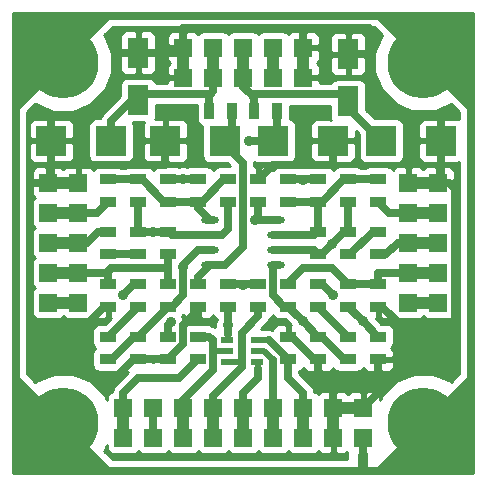
<source format=gbr>
G04 #@! TF.FileFunction,Copper,L1,Top,Signal*
%FSLAX46Y46*%
G04 Gerber Fmt 4.6, Leading zero omitted, Abs format (unit mm)*
G04 Created by KiCad (PCBNEW 4.0.2+dfsg1-2~bpo8+1-stable) date Fri 31 Mar 2017 07:50:44 PM CEST*
%MOMM*%
G01*
G04 APERTURE LIST*
%ADD10C,0.100000*%
%ADD11R,1.524000X1.524000*%
%ADD12R,1.397000X0.889000*%
%ADD13O,1.473200X0.609600*%
%ADD14C,6.000000*%
%ADD15R,0.889000X1.397000*%
%ADD16R,1.800860X2.499360*%
%ADD17R,2.550160X2.499360*%
%ADD18R,1.000760X0.500000*%
%ADD19R,1.000760X0.501040*%
%ADD20C,0.889000*%
%ADD21C,0.635000*%
%ADD22C,1.016000*%
%ADD23C,0.254000*%
%ADD24C,0.508000*%
G04 APERTURE END LIST*
D10*
D11*
X163830000Y-101600000D03*
X161290000Y-101600000D03*
X163830000Y-99060000D03*
X161290000Y-99060000D03*
X163830000Y-96520000D03*
X161290000Y-96520000D03*
X163830000Y-93980000D03*
X161290000Y-93980000D03*
X163830000Y-91440000D03*
X161290000Y-91440000D03*
D12*
X158750000Y-97472500D03*
X158750000Y-95567500D03*
D13*
X144526000Y-94615000D03*
X144526000Y-95885000D03*
X144526000Y-97155000D03*
X144526000Y-98425000D03*
X150114000Y-98425000D03*
X150114000Y-97155000D03*
X150114000Y-95885000D03*
X150114000Y-94615000D03*
D12*
X138430000Y-100012500D03*
X138430000Y-101917500D03*
X140970000Y-91122500D03*
X140970000Y-93027500D03*
X135890000Y-93027500D03*
X135890000Y-91122500D03*
X135890000Y-95567500D03*
X135890000Y-97472500D03*
X146050000Y-93027500D03*
X146050000Y-91122500D03*
X148590000Y-93027500D03*
X148590000Y-91122500D03*
X143510000Y-101917500D03*
X143510000Y-100012500D03*
X151130000Y-91122500D03*
X151130000Y-93027500D03*
X153670000Y-100012500D03*
X153670000Y-101917500D03*
X158750000Y-93027500D03*
X158750000Y-91122500D03*
X153670000Y-97472500D03*
X153670000Y-95567500D03*
D11*
X157480000Y-110490000D03*
X157480000Y-113030000D03*
X152400000Y-80010000D03*
X152400000Y-82550000D03*
X149860000Y-80010000D03*
X149860000Y-82550000D03*
X147320000Y-80010000D03*
X147320000Y-82550000D03*
X144780000Y-80010000D03*
X144780000Y-82550000D03*
X142240000Y-80010000D03*
X142240000Y-82550000D03*
X133350000Y-101600000D03*
X130810000Y-101600000D03*
X133350000Y-99060000D03*
X130810000Y-99060000D03*
X133350000Y-96520000D03*
X130810000Y-96520000D03*
X133350000Y-93980000D03*
X130810000Y-93980000D03*
X133350000Y-91440000D03*
X130810000Y-91440000D03*
D14*
X132080000Y-111760000D03*
X132080000Y-81280000D03*
X162560000Y-111760000D03*
X162560000Y-81280000D03*
D12*
X140970000Y-101917500D03*
X140970000Y-100012500D03*
X140970000Y-95567500D03*
X140970000Y-97472500D03*
X135890000Y-106362500D03*
X135890000Y-104457500D03*
X138430000Y-104457500D03*
X138430000Y-106362500D03*
X143510000Y-93027500D03*
X143510000Y-91122500D03*
X140970000Y-104457500D03*
X140970000Y-106362500D03*
X138430000Y-95567500D03*
X138430000Y-97472500D03*
X138430000Y-91122500D03*
X138430000Y-93027500D03*
D15*
X150177500Y-85344000D03*
X148272500Y-85344000D03*
X146367500Y-85344000D03*
X144462500Y-85344000D03*
D12*
X156210000Y-106362500D03*
X156210000Y-104457500D03*
X153670000Y-93027500D03*
X153670000Y-91122500D03*
X153670000Y-106362500D03*
X153670000Y-104457500D03*
X151130000Y-101917500D03*
X151130000Y-100012500D03*
X156210000Y-101917500D03*
X156210000Y-100012500D03*
X158750000Y-106362500D03*
X158750000Y-104457500D03*
X156210000Y-95567500D03*
X156210000Y-97472500D03*
X156210000Y-91122500D03*
X156210000Y-93027500D03*
D16*
X138430000Y-84421980D03*
X138430000Y-80424020D03*
X156210000Y-80551020D03*
X156210000Y-84548980D03*
D12*
X135890000Y-100012500D03*
X135890000Y-101917500D03*
X158750000Y-100012500D03*
X158750000Y-101917500D03*
D17*
X164068760Y-87884000D03*
X159019240Y-87884000D03*
X136128760Y-87884000D03*
X131079240Y-87884000D03*
X154924760Y-87884000D03*
X149875240Y-87884000D03*
X145780760Y-87884000D03*
X140731240Y-87884000D03*
D11*
X154940000Y-110490000D03*
X154940000Y-113030000D03*
X152400000Y-110490000D03*
X152400000Y-113030000D03*
X149860000Y-110490000D03*
X149860000Y-113030000D03*
X147320000Y-110490000D03*
X147320000Y-113030000D03*
X144780000Y-110490000D03*
X144780000Y-113030000D03*
X142240000Y-110490000D03*
X142240000Y-113030000D03*
X139700000Y-110490000D03*
X139700000Y-113030000D03*
X137160000Y-110490000D03*
X137160000Y-113030000D03*
D12*
X146050000Y-101917500D03*
X146050000Y-100012500D03*
X148590000Y-100012500D03*
X148590000Y-101917500D03*
X143510000Y-106362500D03*
X143510000Y-104457500D03*
X151130000Y-106362500D03*
X151130000Y-104457500D03*
D18*
X148463000Y-104711500D03*
X148463000Y-105664000D03*
D19*
X148463000Y-106616500D03*
D18*
X145923000Y-106616500D03*
X145923000Y-105664000D03*
X145923000Y-104711500D03*
D20*
X137160000Y-100965000D03*
X154940000Y-89916000D03*
X148336000Y-94615000D03*
X147828000Y-87884000D03*
X154940000Y-100965000D03*
X146050000Y-103505000D03*
X147320000Y-100076000D03*
X139700000Y-95631000D03*
X141224000Y-103251000D03*
X142240000Y-91122500D03*
X142240000Y-98552000D03*
X152400000Y-91186000D03*
X152368250Y-103155750D03*
X157448250Y-103155750D03*
X154813000Y-96647000D03*
D21*
X138430000Y-100012500D02*
X138112500Y-100012500D01*
X138112500Y-100012500D02*
X137160000Y-100965000D01*
D22*
X130810000Y-101600000D02*
X132080000Y-101600000D01*
X132080000Y-101600000D02*
X133350000Y-101600000D01*
D21*
X133350000Y-93980000D02*
X134937500Y-93980000D01*
X134937500Y-93980000D02*
X135890000Y-93027500D01*
D22*
X130810000Y-93980000D02*
X133350000Y-93980000D01*
D21*
X133350000Y-96520000D02*
X134112000Y-96520000D01*
X134112000Y-96520000D02*
X135064500Y-95567500D01*
X135064500Y-95567500D02*
X135890000Y-95567500D01*
X135890000Y-95567500D02*
X136207500Y-95567500D01*
D22*
X130810000Y-96520000D02*
X133350000Y-96520000D01*
D21*
X156210000Y-84548980D02*
X156210000Y-85074760D01*
X156210000Y-85074760D02*
X159019240Y-87884000D01*
X148272500Y-85344000D02*
X148272500Y-84264500D01*
X148272500Y-84264500D02*
X147955000Y-83947000D01*
X147320000Y-82550000D02*
X147320000Y-83312000D01*
X147320000Y-83312000D02*
X147955000Y-83947000D01*
X147955000Y-83947000D02*
X155608020Y-83947000D01*
X155608020Y-83947000D02*
X156210000Y-84548980D01*
D22*
X147320000Y-80010000D02*
X147320000Y-82550000D01*
D21*
X154924760Y-89900760D02*
X154924760Y-89804240D01*
X154940000Y-89916000D02*
X154924760Y-89900760D01*
X154940000Y-108966000D02*
X154940000Y-110490000D01*
X153670000Y-107696000D02*
X154940000Y-108966000D01*
X153670000Y-106362500D02*
X153670000Y-107696000D01*
X133350000Y-106680000D02*
X133350000Y-103505000D01*
X135255000Y-108585000D02*
X133350000Y-106680000D01*
X135890000Y-108585000D02*
X135255000Y-108585000D01*
X138112500Y-106362500D02*
X135890000Y-108585000D01*
X138430000Y-106362500D02*
X138112500Y-106362500D01*
X133350000Y-103505000D02*
X129286000Y-103505000D01*
X158750000Y-109220000D02*
X157480000Y-110490000D01*
X151130000Y-104457500D02*
X151447500Y-104457500D01*
X151447500Y-104457500D02*
X153352500Y-106362500D01*
X153352500Y-106362500D02*
X153670000Y-106362500D01*
D22*
X154940000Y-110490000D02*
X157480000Y-110490000D01*
X154940000Y-110490000D02*
X154940000Y-113030000D01*
D21*
X158750000Y-106362500D02*
X158750000Y-109220000D01*
X158750000Y-109220000D02*
X158750000Y-109093000D01*
X158750000Y-109093000D02*
X158750000Y-108839000D01*
X158750000Y-108839000D02*
X158750000Y-109093000D01*
X157988000Y-80518000D02*
X157988000Y-83566000D01*
X164068760Y-85709760D02*
X164068760Y-87884000D01*
X163957000Y-85598000D02*
X164068760Y-85709760D01*
X160020000Y-85598000D02*
X163957000Y-85598000D01*
X157988000Y-83566000D02*
X160020000Y-85598000D01*
X164068760Y-87884000D02*
X164068760Y-91201240D01*
X164068760Y-91201240D02*
X163830000Y-91440000D01*
X131079240Y-89900760D02*
X131079240Y-91170760D01*
X131079240Y-91170760D02*
X130810000Y-91440000D01*
X157988000Y-80518000D02*
X156243020Y-80518000D01*
X156243020Y-80518000D02*
X156210000Y-80551020D01*
X131079240Y-87884000D02*
X131079240Y-85709760D01*
X136618980Y-80424020D02*
X138430000Y-80424020D01*
X136525000Y-80518000D02*
X136618980Y-80424020D01*
X136525000Y-83185000D02*
X136525000Y-80518000D01*
X133985000Y-85725000D02*
X136525000Y-83185000D01*
X131094480Y-85725000D02*
X133985000Y-85725000D01*
X131079240Y-85709760D02*
X131094480Y-85725000D01*
X138430000Y-80424020D02*
X141825980Y-80424020D01*
X141825980Y-80424020D02*
X142240000Y-80010000D01*
X142146020Y-79916020D02*
X142240000Y-80010000D01*
X131079240Y-87884000D02*
X131079240Y-89900760D01*
X140731240Y-89900760D02*
X140731240Y-87884000D01*
X140716000Y-89916000D02*
X140731240Y-89900760D01*
X131094480Y-89916000D02*
X140716000Y-89916000D01*
X131079240Y-89900760D02*
X131094480Y-89916000D01*
X158750000Y-101917500D02*
X159067500Y-101917500D01*
X159067500Y-101917500D02*
X160655000Y-103505000D01*
X160655000Y-103505000D02*
X165227000Y-103505000D01*
X135890000Y-101917500D02*
X135572500Y-101917500D01*
X135572500Y-101917500D02*
X133985000Y-103505000D01*
X133985000Y-103505000D02*
X133350000Y-103505000D01*
X143510000Y-101917500D02*
X143510000Y-102235000D01*
X143510000Y-102235000D02*
X142240000Y-103505000D01*
X142240000Y-103505000D02*
X142240000Y-105092500D01*
X142240000Y-105092500D02*
X140970000Y-106362500D01*
X140970000Y-106362500D02*
X138430000Y-106362500D01*
X130810000Y-91440000D02*
X129286000Y-91440000D01*
X129286000Y-91440000D02*
X129413000Y-91440000D01*
X129413000Y-91440000D02*
X129286000Y-91440000D01*
X129286000Y-91440000D02*
X129286000Y-103505000D01*
X152400000Y-80010000D02*
X152400000Y-78359000D01*
X152400000Y-78359000D02*
X152400000Y-78486000D01*
X152400000Y-78486000D02*
X152400000Y-78359000D01*
X154924760Y-87884000D02*
X154924760Y-89804240D01*
X154924760Y-89804240D02*
X154813000Y-89916000D01*
X163830000Y-91440000D02*
X164719000Y-91440000D01*
X164719000Y-91440000D02*
X165227000Y-91948000D01*
X142240000Y-80010000D02*
X142240000Y-78359000D01*
X142240000Y-78359000D02*
X152400000Y-78359000D01*
X152400000Y-78359000D02*
X157988000Y-78359000D01*
X157988000Y-78359000D02*
X157988000Y-80518000D01*
X160782000Y-107061000D02*
X158750000Y-109093000D01*
X164973000Y-107061000D02*
X160782000Y-107061000D01*
X165227000Y-107315000D02*
X164973000Y-107061000D01*
X165227000Y-103505000D02*
X165227000Y-107315000D01*
X165227000Y-91948000D02*
X165227000Y-103505000D01*
X148590000Y-91122500D02*
X148653500Y-91122500D01*
X148653500Y-91122500D02*
X149860000Y-89916000D01*
X149860000Y-89916000D02*
X154813000Y-89916000D01*
X154924760Y-87884000D02*
X154924760Y-87995760D01*
X131079240Y-87884000D02*
X131079240Y-88153240D01*
D23*
X163830000Y-91440000D02*
X164465000Y-91440000D01*
X152400000Y-80010000D02*
X152400000Y-79375000D01*
D22*
X161290000Y-91440000D02*
X162560000Y-91440000D01*
X162560000Y-91440000D02*
X163830000Y-91440000D01*
X130810000Y-91440000D02*
X132080000Y-91440000D01*
X132080000Y-91440000D02*
X133350000Y-91440000D01*
X152400000Y-80010000D02*
X152400000Y-81280000D01*
X152400000Y-81280000D02*
X152400000Y-82550000D01*
X142240000Y-80010000D02*
X142240000Y-81280000D01*
X142240000Y-81280000D02*
X142240000Y-82550000D01*
D21*
X137160000Y-110490000D02*
X137160000Y-109220000D01*
X137160000Y-109220000D02*
X138430000Y-107950000D01*
X138430000Y-107950000D02*
X141922500Y-107950000D01*
X141922500Y-107950000D02*
X143510000Y-106362500D01*
X137160000Y-110490000D02*
X137160000Y-109855000D01*
D22*
X137160000Y-110490000D02*
X137160000Y-113030000D01*
D21*
X148590000Y-93027500D02*
X148590000Y-94361000D01*
X148590000Y-94361000D02*
X148336000Y-94615000D01*
X150114000Y-94615000D02*
X148336000Y-94615000D01*
X149875240Y-87884000D02*
X147828000Y-87884000D01*
X148590000Y-93027500D02*
X148590000Y-93091000D01*
X150177500Y-85344000D02*
X150177500Y-87581740D01*
X150177500Y-87581740D02*
X149875240Y-87884000D01*
X150177500Y-87581740D02*
X149875240Y-87884000D01*
X136128760Y-87884000D02*
X136128760Y-86215220D01*
X136128760Y-86215220D02*
X138430000Y-83913980D01*
X144780000Y-82550000D02*
X144780000Y-83693000D01*
X144559020Y-83913980D02*
X138430000Y-83913980D01*
X138430000Y-83913980D02*
X138430000Y-84597240D01*
D22*
X149860000Y-80010000D02*
X149860000Y-82550000D01*
X144780000Y-80010000D02*
X144780000Y-82550000D01*
D21*
X144462500Y-85344000D02*
X144462500Y-83913980D01*
X144462500Y-83913980D02*
X144559020Y-83913980D01*
X144780000Y-83693000D02*
X144559020Y-83913980D01*
X143510000Y-100012500D02*
X143510000Y-99441000D01*
X143510000Y-99441000D02*
X144526000Y-98425000D01*
X145780760Y-87884000D02*
X145780760Y-88249760D01*
X145780760Y-88249760D02*
X147320000Y-89789000D01*
X145796000Y-98425000D02*
X144526000Y-98425000D01*
X147320000Y-96901000D02*
X145796000Y-98425000D01*
X147320000Y-93853000D02*
X147320000Y-96901000D01*
X147320000Y-89789000D02*
X147320000Y-93853000D01*
X146367500Y-85344000D02*
X146367500Y-87297260D01*
X146367500Y-87297260D02*
X145780760Y-87884000D01*
X146367500Y-87297260D02*
X145780760Y-87884000D01*
X153670000Y-100012500D02*
X153987500Y-100012500D01*
X153987500Y-100012500D02*
X154940000Y-100965000D01*
D22*
X161290000Y-101600000D02*
X162560000Y-101600000D01*
X162560000Y-101600000D02*
X163830000Y-101600000D01*
D21*
X161290000Y-93980000D02*
X159702500Y-93980000D01*
X159702500Y-93980000D02*
X158750000Y-93027500D01*
D22*
X161290000Y-93980000D02*
X163830000Y-93980000D01*
D21*
X161290000Y-96520000D02*
X160401000Y-96520000D01*
X160401000Y-96520000D02*
X159448500Y-97472500D01*
X159448500Y-97472500D02*
X158750000Y-97472500D01*
D22*
X161290000Y-96520000D02*
X163830000Y-96520000D01*
D21*
X157480000Y-113030000D02*
X157480000Y-115570000D01*
D23*
X162560000Y-81280000D02*
X158750000Y-77470000D01*
X158750000Y-77470000D02*
X135890000Y-77470000D01*
X128270000Y-107950000D02*
X132080000Y-111760000D01*
X128270000Y-85090000D02*
X128270000Y-107950000D01*
X132080000Y-81280000D02*
X128270000Y-85090000D01*
X135890000Y-77470000D02*
X132080000Y-81280000D01*
X162560000Y-111760000D02*
X166370000Y-107950000D01*
X166370000Y-85090000D02*
X162560000Y-81280000D01*
X166370000Y-107950000D02*
X166370000Y-85090000D01*
X132080000Y-111760000D02*
X135890000Y-115570000D01*
X135890000Y-115570000D02*
X156210000Y-115570000D01*
X158750000Y-115570000D02*
X162560000Y-111760000D01*
X156210000Y-115570000D02*
X157480000Y-115570000D01*
X157480000Y-115570000D02*
X158750000Y-115570000D01*
D21*
X140970000Y-98679000D02*
X136144000Y-98679000D01*
X136144000Y-98679000D02*
X135763000Y-99060000D01*
X140970000Y-97472500D02*
X140970000Y-98679000D01*
X140970000Y-98679000D02*
X140970000Y-100012500D01*
X133350000Y-99060000D02*
X135763000Y-99060000D01*
X135890000Y-99187000D02*
X135890000Y-100012500D01*
X135763000Y-99060000D02*
X135890000Y-99187000D01*
D22*
X130810000Y-99060000D02*
X133350000Y-99060000D01*
D21*
X151130000Y-100012500D02*
X151130000Y-99949000D01*
X151130000Y-99949000D02*
X152400000Y-98679000D01*
X152400000Y-98679000D02*
X154876500Y-98679000D01*
X154876500Y-98679000D02*
X156210000Y-100012500D01*
X156210000Y-100012500D02*
X158750000Y-100012500D01*
X161290000Y-99060000D02*
X158877000Y-99060000D01*
X158877000Y-99060000D02*
X158750000Y-99060000D01*
X158750000Y-99060000D02*
X158750000Y-100012500D01*
D22*
X161290000Y-99060000D02*
X163830000Y-99060000D01*
D24*
X146050000Y-104584500D02*
X146050000Y-104267000D01*
D21*
X146050000Y-104267000D02*
X146050000Y-103505000D01*
X146050000Y-103505000D02*
X146050000Y-101917500D01*
D24*
X146050000Y-104584500D02*
X145923000Y-104711500D01*
D21*
X139700000Y-110490000D02*
X139700000Y-113030000D01*
D24*
X148463000Y-105664000D02*
X149098000Y-105664000D01*
D21*
X149860000Y-106426000D02*
X149860000Y-110490000D01*
D24*
X149098000Y-105664000D02*
X149860000Y-106426000D01*
D21*
X147320000Y-100076000D02*
X147320000Y-100012500D01*
D22*
X149860000Y-110490000D02*
X149860000Y-113030000D01*
D21*
X146050000Y-100012500D02*
X147320000Y-100012500D01*
X147320000Y-100012500D02*
X148590000Y-100012500D01*
D24*
X145923000Y-106616500D02*
X147193000Y-106616500D01*
X147193000Y-106616500D02*
X147193000Y-106680000D01*
D21*
X144780000Y-110490000D02*
X144780000Y-109474000D01*
X148590000Y-101917500D02*
X148590000Y-102743000D01*
X147193000Y-107061000D02*
X144780000Y-109474000D01*
X147193000Y-104140000D02*
X147193000Y-106680000D01*
X147193000Y-106680000D02*
X147193000Y-107061000D01*
X148590000Y-102743000D02*
X147193000Y-104140000D01*
X148590000Y-101917500D02*
X148590000Y-102235000D01*
D22*
X144780000Y-110490000D02*
X144780000Y-113030000D01*
D21*
X148272500Y-101917500D02*
X148590000Y-101917500D01*
D24*
X148463000Y-104711500D02*
X149453372Y-104711500D01*
X149453372Y-104711500D02*
X149516872Y-104775000D01*
D21*
X151130000Y-106362500D02*
X151104372Y-106362500D01*
X151104372Y-106362500D02*
X149516872Y-104775000D01*
X149516872Y-104775000D02*
X149479000Y-104775000D01*
X151130000Y-106362500D02*
X150939500Y-106362500D01*
X152400000Y-110490000D02*
X152400000Y-109220000D01*
X151130000Y-107950000D02*
X151130000Y-106362500D01*
X152400000Y-109220000D02*
X151130000Y-107950000D01*
D22*
X152400000Y-110490000D02*
X152400000Y-113030000D01*
D24*
X148590000Y-106743500D02*
X148590000Y-107188000D01*
D21*
X148590000Y-107188000D02*
X148590000Y-107696000D01*
D24*
X148590000Y-106743500D02*
X148463000Y-106616500D01*
X148590000Y-107632500D02*
X148590000Y-107696000D01*
X148590000Y-107696000D02*
X148590000Y-107950000D01*
D21*
X147320000Y-109220000D02*
X148590000Y-107950000D01*
X147320000Y-109220000D02*
X147320000Y-110490000D01*
D22*
X147320000Y-110490000D02*
X147320000Y-113030000D01*
D24*
X144780000Y-105664000D02*
X145923000Y-105664000D01*
D21*
X142240000Y-110490000D02*
X142240000Y-109855000D01*
X142240000Y-109855000D02*
X144780000Y-107315000D01*
X144462500Y-104457500D02*
X143510000Y-104457500D01*
X144780000Y-104775000D02*
X144462500Y-104457500D01*
X144780000Y-107315000D02*
X144780000Y-106680000D01*
X144780000Y-106680000D02*
X144780000Y-105664000D01*
X144780000Y-105664000D02*
X144780000Y-104775000D01*
D22*
X142240000Y-110490000D02*
X142240000Y-113030000D01*
D21*
X143510000Y-93027500D02*
X143510000Y-93599000D01*
X143510000Y-93599000D02*
X144526000Y-94615000D01*
X143510000Y-93027500D02*
X143827500Y-93027500D01*
X143827500Y-93027500D02*
X145732500Y-91122500D01*
X145732500Y-91122500D02*
X146050000Y-91122500D01*
X140970000Y-93027500D02*
X143510000Y-93027500D01*
X138430000Y-91122500D02*
X138747500Y-91122500D01*
X138747500Y-91122500D02*
X140652500Y-93027500D01*
X140652500Y-93027500D02*
X140970000Y-93027500D01*
X135890000Y-91122500D02*
X138430000Y-91122500D01*
X140970000Y-104457500D02*
X140970000Y-103505000D01*
X140970000Y-103505000D02*
X141224000Y-103251000D01*
X139700000Y-95631000D02*
X139700000Y-95567500D01*
X139700000Y-95567500D02*
X139700000Y-95631000D01*
X139700000Y-95631000D02*
X139700000Y-95567500D01*
X138430000Y-95567500D02*
X138430000Y-93027500D01*
X140970000Y-95567500D02*
X139700000Y-95567500D01*
X139700000Y-95567500D02*
X138430000Y-95567500D01*
X144526000Y-95885000D02*
X142494000Y-95885000D01*
X142494000Y-95885000D02*
X141287500Y-95885000D01*
X141287500Y-95885000D02*
X140970000Y-95567500D01*
X146050000Y-93027500D02*
X146050000Y-95377000D01*
X145542000Y-95885000D02*
X144526000Y-95885000D01*
X146050000Y-95377000D02*
X145542000Y-95885000D01*
X142240000Y-91122500D02*
X143510000Y-91122500D01*
X142240000Y-98552000D02*
X142240000Y-100965000D01*
X142240000Y-100965000D02*
X141287500Y-101917500D01*
X141287500Y-101917500D02*
X140970000Y-101917500D01*
X142240000Y-98425000D02*
X142240000Y-98552000D01*
X140970000Y-101917500D02*
X141287500Y-101917500D01*
X143510000Y-97155000D02*
X144526000Y-97155000D01*
X142240000Y-98425000D02*
X143510000Y-97155000D01*
X138430000Y-104457500D02*
X140970000Y-101917500D01*
X135890000Y-106362500D02*
X136207500Y-106362500D01*
X136207500Y-106362500D02*
X138112500Y-104457500D01*
X138112500Y-104457500D02*
X138430000Y-104457500D01*
X140970000Y-91122500D02*
X142240000Y-91122500D01*
X152400000Y-91122500D02*
X152400000Y-91186000D01*
X152400000Y-91122500D02*
X153670000Y-91122500D01*
X150812500Y-101917500D02*
X149860000Y-100965000D01*
X149860000Y-100965000D02*
X149860000Y-98679000D01*
X149860000Y-98679000D02*
X150114000Y-98425000D01*
X151130000Y-91122500D02*
X152400000Y-91122500D01*
X153670000Y-104457500D02*
X153987500Y-104457500D01*
X153987500Y-104457500D02*
X155892500Y-106362500D01*
X155892500Y-106362500D02*
X156210000Y-106362500D01*
X151130000Y-101917500D02*
X152368250Y-103155750D01*
X152368250Y-103155750D02*
X153670000Y-104457500D01*
X151130000Y-101917500D02*
X150812500Y-101917500D01*
X153670000Y-93027500D02*
X153987500Y-93027500D01*
X153987500Y-93027500D02*
X155892500Y-91122500D01*
X155892500Y-91122500D02*
X156210000Y-91122500D01*
X151130000Y-93027500D02*
X153670000Y-93027500D01*
X153670000Y-95567500D02*
X153670000Y-93027500D01*
X150114000Y-95885000D02*
X153352500Y-95885000D01*
X153352500Y-95885000D02*
X153670000Y-95567500D01*
X156210000Y-91122500D02*
X158750000Y-91122500D01*
X156210000Y-93027500D02*
X156210000Y-95567500D01*
X156210000Y-101917500D02*
X157448250Y-103155750D01*
X157448250Y-103155750D02*
X158750000Y-104457500D01*
X153670000Y-97472500D02*
X153987500Y-97472500D01*
X153987500Y-97472500D02*
X154813000Y-96647000D01*
X154813000Y-96647000D02*
X155892500Y-95567500D01*
X155892500Y-95567500D02*
X156210000Y-95567500D01*
X150114000Y-97155000D02*
X153352500Y-97155000D01*
X153352500Y-97155000D02*
X153670000Y-97472500D01*
X135890000Y-97472500D02*
X138430000Y-97472500D01*
X138112500Y-97472500D02*
X138430000Y-97472500D01*
X156210000Y-97472500D02*
X156400500Y-97472500D01*
X156400500Y-97472500D02*
X158305500Y-95567500D01*
X158305500Y-95567500D02*
X158750000Y-95567500D01*
X138430000Y-101917500D02*
X135890000Y-104457500D01*
X153670000Y-101917500D02*
X156210000Y-104457500D01*
D23*
G36*
X166803000Y-116003000D02*
X127837000Y-116003000D01*
X127837000Y-85090000D01*
X128143000Y-85090000D01*
X128143000Y-107950000D01*
X128153006Y-107999410D01*
X128180197Y-108039803D01*
X135800197Y-115659803D01*
X135842211Y-115687666D01*
X135890000Y-115697000D01*
X157035500Y-115697000D01*
X157084910Y-115686994D01*
X157126535Y-115658553D01*
X157153815Y-115616159D01*
X157162500Y-115570000D01*
X157162500Y-114427000D01*
X157194250Y-114427000D01*
X157353000Y-114268250D01*
X157353000Y-113157000D01*
X157333000Y-113157000D01*
X157333000Y-112903000D01*
X157353000Y-112903000D01*
X157353000Y-112883000D01*
X157607000Y-112883000D01*
X157607000Y-112903000D01*
X157627000Y-112903000D01*
X157627000Y-113157000D01*
X157607000Y-113157000D01*
X157607000Y-114268250D01*
X157734000Y-114395250D01*
X157734000Y-115570000D01*
X157744006Y-115619410D01*
X157772447Y-115661035D01*
X157814841Y-115688315D01*
X157861000Y-115697000D01*
X158750000Y-115697000D01*
X158799410Y-115686994D01*
X158839803Y-115659803D01*
X166459803Y-108039803D01*
X166487666Y-107997789D01*
X166497000Y-107950000D01*
X166497000Y-85090000D01*
X166486994Y-85040590D01*
X166459803Y-85000197D01*
X158839803Y-77380197D01*
X158797789Y-77352334D01*
X158750000Y-77343000D01*
X135890000Y-77343000D01*
X135840590Y-77353006D01*
X135800197Y-77380197D01*
X128180197Y-85000197D01*
X128152334Y-85042211D01*
X128143000Y-85090000D01*
X127837000Y-85090000D01*
X127837000Y-77037000D01*
X166803000Y-77037000D01*
X166803000Y-116003000D01*
X166803000Y-116003000D01*
G37*
X166803000Y-116003000D02*
X127837000Y-116003000D01*
X127837000Y-85090000D01*
X128143000Y-85090000D01*
X128143000Y-107950000D01*
X128153006Y-107999410D01*
X128180197Y-108039803D01*
X135800197Y-115659803D01*
X135842211Y-115687666D01*
X135890000Y-115697000D01*
X157035500Y-115697000D01*
X157084910Y-115686994D01*
X157126535Y-115658553D01*
X157153815Y-115616159D01*
X157162500Y-115570000D01*
X157162500Y-114427000D01*
X157194250Y-114427000D01*
X157353000Y-114268250D01*
X157353000Y-113157000D01*
X157333000Y-113157000D01*
X157333000Y-112903000D01*
X157353000Y-112903000D01*
X157353000Y-112883000D01*
X157607000Y-112883000D01*
X157607000Y-112903000D01*
X157627000Y-112903000D01*
X157627000Y-113157000D01*
X157607000Y-113157000D01*
X157607000Y-114268250D01*
X157734000Y-114395250D01*
X157734000Y-115570000D01*
X157744006Y-115619410D01*
X157772447Y-115661035D01*
X157814841Y-115688315D01*
X157861000Y-115697000D01*
X158750000Y-115697000D01*
X158799410Y-115686994D01*
X158839803Y-115659803D01*
X166459803Y-108039803D01*
X166487666Y-107997789D01*
X166497000Y-107950000D01*
X166497000Y-85090000D01*
X166486994Y-85040590D01*
X166459803Y-85000197D01*
X158839803Y-77380197D01*
X158797789Y-77352334D01*
X158750000Y-77343000D01*
X135890000Y-77343000D01*
X135840590Y-77353006D01*
X135800197Y-77380197D01*
X128180197Y-85000197D01*
X128152334Y-85042211D01*
X128143000Y-85090000D01*
X127837000Y-85090000D01*
X127837000Y-77037000D01*
X166803000Y-77037000D01*
X166803000Y-116003000D01*
G36*
X159075222Y-78927328D02*
X159063340Y-78939190D01*
X158433718Y-80455487D01*
X158432285Y-82097310D01*
X159059259Y-83614704D01*
X160219190Y-84776660D01*
X161735487Y-85406282D01*
X163377310Y-85407715D01*
X164894704Y-84780741D01*
X164911684Y-84763790D01*
X165608000Y-85460106D01*
X165608000Y-86056420D01*
X165470149Y-85999320D01*
X164354510Y-85999320D01*
X164195760Y-86158070D01*
X164195760Y-87757000D01*
X164215760Y-87757000D01*
X164215760Y-88011000D01*
X164195760Y-88011000D01*
X164195760Y-89609930D01*
X164354510Y-89768680D01*
X165470149Y-89768680D01*
X165608000Y-89711580D01*
X165608000Y-107579894D01*
X164912672Y-108275222D01*
X164900810Y-108263340D01*
X163384513Y-107633718D01*
X161742690Y-107632285D01*
X160225296Y-108259259D01*
X159063340Y-109419190D01*
X158877000Y-109867946D01*
X158877000Y-109601691D01*
X158780327Y-109368302D01*
X158601699Y-109189673D01*
X158368310Y-109093000D01*
X157765750Y-109093000D01*
X157607000Y-109251750D01*
X157607000Y-110363000D01*
X157627000Y-110363000D01*
X157627000Y-110617000D01*
X157607000Y-110617000D01*
X157607000Y-110637000D01*
X157353000Y-110637000D01*
X157353000Y-110617000D01*
X156241750Y-110617000D01*
X156210000Y-110648750D01*
X156178250Y-110617000D01*
X155067000Y-110617000D01*
X155067000Y-111728250D01*
X155098750Y-111760000D01*
X155067000Y-111791750D01*
X155067000Y-112903000D01*
X155087000Y-112903000D01*
X155087000Y-113157000D01*
X155067000Y-113157000D01*
X155067000Y-114268250D01*
X155225750Y-114427000D01*
X155828310Y-114427000D01*
X156061699Y-114330327D01*
X156146500Y-114245525D01*
X156146500Y-114808000D01*
X136260106Y-114808000D01*
X135564778Y-114112672D01*
X135576660Y-114100810D01*
X135750560Y-113682013D01*
X135750560Y-113792000D01*
X135794838Y-114027317D01*
X135933910Y-114243441D01*
X136146110Y-114388431D01*
X136398000Y-114439440D01*
X137922000Y-114439440D01*
X138157317Y-114395162D01*
X138373441Y-114256090D01*
X138429374Y-114174230D01*
X138473910Y-114243441D01*
X138686110Y-114388431D01*
X138938000Y-114439440D01*
X140462000Y-114439440D01*
X140697317Y-114395162D01*
X140913441Y-114256090D01*
X140969374Y-114174230D01*
X141013910Y-114243441D01*
X141226110Y-114388431D01*
X141478000Y-114439440D01*
X143002000Y-114439440D01*
X143237317Y-114395162D01*
X143453441Y-114256090D01*
X143509374Y-114174230D01*
X143553910Y-114243441D01*
X143766110Y-114388431D01*
X144018000Y-114439440D01*
X145542000Y-114439440D01*
X145777317Y-114395162D01*
X145993441Y-114256090D01*
X146049374Y-114174230D01*
X146093910Y-114243441D01*
X146306110Y-114388431D01*
X146558000Y-114439440D01*
X148082000Y-114439440D01*
X148317317Y-114395162D01*
X148533441Y-114256090D01*
X148589374Y-114174230D01*
X148633910Y-114243441D01*
X148846110Y-114388431D01*
X149098000Y-114439440D01*
X150622000Y-114439440D01*
X150857317Y-114395162D01*
X151073441Y-114256090D01*
X151129374Y-114174230D01*
X151173910Y-114243441D01*
X151386110Y-114388431D01*
X151638000Y-114439440D01*
X153162000Y-114439440D01*
X153397317Y-114395162D01*
X153613441Y-114256090D01*
X153666464Y-114178489D01*
X153818301Y-114330327D01*
X154051690Y-114427000D01*
X154654250Y-114427000D01*
X154813000Y-114268250D01*
X154813000Y-113157000D01*
X154793000Y-113157000D01*
X154793000Y-112903000D01*
X154813000Y-112903000D01*
X154813000Y-111791750D01*
X154781250Y-111760000D01*
X154813000Y-111728250D01*
X154813000Y-110617000D01*
X154793000Y-110617000D01*
X154793000Y-110363000D01*
X154813000Y-110363000D01*
X154813000Y-109251750D01*
X155067000Y-109251750D01*
X155067000Y-110363000D01*
X156178250Y-110363000D01*
X156210000Y-110331250D01*
X156241750Y-110363000D01*
X157353000Y-110363000D01*
X157353000Y-109251750D01*
X157194250Y-109093000D01*
X156591690Y-109093000D01*
X156358301Y-109189673D01*
X156210000Y-109337975D01*
X156061699Y-109189673D01*
X155828310Y-109093000D01*
X155225750Y-109093000D01*
X155067000Y-109251750D01*
X154813000Y-109251750D01*
X154654250Y-109093000D01*
X154051690Y-109093000D01*
X153818301Y-109189673D01*
X153667329Y-109340646D01*
X153626090Y-109276559D01*
X153413890Y-109131569D01*
X153331595Y-109114904D01*
X153279995Y-108855494D01*
X153073519Y-108546481D01*
X152082500Y-107555462D01*
X152082500Y-107398140D01*
X152279941Y-107271090D01*
X152402261Y-107092069D01*
X152433173Y-107166698D01*
X152611801Y-107345327D01*
X152845190Y-107442000D01*
X153384250Y-107442000D01*
X153543000Y-107283250D01*
X153543000Y-106489500D01*
X153523000Y-106489500D01*
X153523000Y-106235500D01*
X153543000Y-106235500D01*
X153543000Y-106215500D01*
X153797000Y-106215500D01*
X153797000Y-106235500D01*
X153817000Y-106235500D01*
X153817000Y-106489500D01*
X153797000Y-106489500D01*
X153797000Y-107283250D01*
X153955750Y-107442000D01*
X154494810Y-107442000D01*
X154728199Y-107345327D01*
X154906827Y-107166698D01*
X154938763Y-107089598D01*
X155047410Y-107258441D01*
X155259610Y-107403431D01*
X155511500Y-107454440D01*
X156908500Y-107454440D01*
X157143817Y-107410162D01*
X157359941Y-107271090D01*
X157482261Y-107092069D01*
X157513173Y-107166698D01*
X157691801Y-107345327D01*
X157925190Y-107442000D01*
X158464250Y-107442000D01*
X158623000Y-107283250D01*
X158623000Y-106489500D01*
X158877000Y-106489500D01*
X158877000Y-107283250D01*
X159035750Y-107442000D01*
X159574810Y-107442000D01*
X159808199Y-107345327D01*
X159986827Y-107166698D01*
X160083500Y-106933309D01*
X160083500Y-106648250D01*
X159924750Y-106489500D01*
X158877000Y-106489500D01*
X158623000Y-106489500D01*
X158603000Y-106489500D01*
X158603000Y-106235500D01*
X158623000Y-106235500D01*
X158623000Y-106215500D01*
X158877000Y-106215500D01*
X158877000Y-106235500D01*
X159924750Y-106235500D01*
X160083500Y-106076750D01*
X160083500Y-105791691D01*
X159986827Y-105558302D01*
X159835854Y-105407329D01*
X159899941Y-105366090D01*
X160044931Y-105153890D01*
X160095940Y-104902000D01*
X160095940Y-104013000D01*
X160051662Y-103777683D01*
X159912590Y-103561559D01*
X159700390Y-103416569D01*
X159448500Y-103365560D01*
X159005099Y-103365560D01*
X158550394Y-102910856D01*
X158623000Y-102838250D01*
X158623000Y-102044500D01*
X158603000Y-102044500D01*
X158603000Y-101790500D01*
X158623000Y-101790500D01*
X158623000Y-101770500D01*
X158877000Y-101770500D01*
X158877000Y-101790500D01*
X158897000Y-101790500D01*
X158897000Y-102044500D01*
X158877000Y-102044500D01*
X158877000Y-102838250D01*
X159035750Y-102997000D01*
X159574810Y-102997000D01*
X159808199Y-102900327D01*
X159986827Y-102721698D01*
X159993895Y-102704635D01*
X160063910Y-102813441D01*
X160276110Y-102958431D01*
X160528000Y-103009440D01*
X162052000Y-103009440D01*
X162287317Y-102965162D01*
X162503441Y-102826090D01*
X162559374Y-102744230D01*
X162603910Y-102813441D01*
X162816110Y-102958431D01*
X163068000Y-103009440D01*
X164592000Y-103009440D01*
X164827317Y-102965162D01*
X165043441Y-102826090D01*
X165188431Y-102613890D01*
X165239440Y-102362000D01*
X165239440Y-100838000D01*
X165195162Y-100602683D01*
X165056090Y-100386559D01*
X164974230Y-100330626D01*
X165043441Y-100286090D01*
X165188431Y-100073890D01*
X165239440Y-99822000D01*
X165239440Y-98298000D01*
X165195162Y-98062683D01*
X165056090Y-97846559D01*
X164974230Y-97790626D01*
X165043441Y-97746090D01*
X165188431Y-97533890D01*
X165239440Y-97282000D01*
X165239440Y-95758000D01*
X165195162Y-95522683D01*
X165056090Y-95306559D01*
X164974230Y-95250626D01*
X165043441Y-95206090D01*
X165188431Y-94993890D01*
X165239440Y-94742000D01*
X165239440Y-93218000D01*
X165195162Y-92982683D01*
X165056090Y-92766559D01*
X164978489Y-92713536D01*
X165130327Y-92561699D01*
X165227000Y-92328310D01*
X165227000Y-91725750D01*
X165068250Y-91567000D01*
X163957000Y-91567000D01*
X163957000Y-91587000D01*
X163703000Y-91587000D01*
X163703000Y-91567000D01*
X162591750Y-91567000D01*
X162560000Y-91598750D01*
X162528250Y-91567000D01*
X161417000Y-91567000D01*
X161417000Y-91587000D01*
X161163000Y-91587000D01*
X161163000Y-91567000D01*
X161143000Y-91567000D01*
X161143000Y-91313000D01*
X161163000Y-91313000D01*
X161163000Y-90201750D01*
X161417000Y-90201750D01*
X161417000Y-91313000D01*
X162528250Y-91313000D01*
X162560000Y-91281250D01*
X162591750Y-91313000D01*
X163703000Y-91313000D01*
X163703000Y-90201750D01*
X163957000Y-90201750D01*
X163957000Y-91313000D01*
X165068250Y-91313000D01*
X165227000Y-91154250D01*
X165227000Y-90551690D01*
X165130327Y-90318301D01*
X164951698Y-90139673D01*
X164718309Y-90043000D01*
X164115750Y-90043000D01*
X163957000Y-90201750D01*
X163703000Y-90201750D01*
X163544250Y-90043000D01*
X162941691Y-90043000D01*
X162708302Y-90139673D01*
X162560000Y-90287974D01*
X162411698Y-90139673D01*
X162178309Y-90043000D01*
X161575750Y-90043000D01*
X161417000Y-90201750D01*
X161163000Y-90201750D01*
X161004250Y-90043000D01*
X160401691Y-90043000D01*
X160168302Y-90139673D01*
X159989673Y-90318301D01*
X159982605Y-90335365D01*
X159912590Y-90226559D01*
X159700390Y-90081569D01*
X159448500Y-90030560D01*
X158051500Y-90030560D01*
X157816183Y-90074838D01*
X157668297Y-90170000D01*
X157289813Y-90170000D01*
X157160390Y-90081569D01*
X156908500Y-90030560D01*
X155511500Y-90030560D01*
X155276183Y-90074838D01*
X155060059Y-90213910D01*
X154938722Y-90391493D01*
X154832590Y-90226559D01*
X154620390Y-90081569D01*
X154368500Y-90030560D01*
X152971500Y-90030560D01*
X152736183Y-90074838D01*
X152658834Y-90124611D01*
X152615668Y-90106687D01*
X152186216Y-90106313D01*
X152142837Y-90124237D01*
X152080390Y-90081569D01*
X151828500Y-90030560D01*
X150431500Y-90030560D01*
X150196183Y-90074838D01*
X149980059Y-90213910D01*
X149857739Y-90392931D01*
X149826827Y-90318302D01*
X149648199Y-90139673D01*
X149414810Y-90043000D01*
X148875750Y-90043000D01*
X148717000Y-90201750D01*
X148717000Y-90995500D01*
X148737000Y-90995500D01*
X148737000Y-91249500D01*
X148717000Y-91249500D01*
X148717000Y-91269500D01*
X148463000Y-91269500D01*
X148463000Y-91249500D01*
X148443000Y-91249500D01*
X148443000Y-90995500D01*
X148463000Y-90995500D01*
X148463000Y-90201750D01*
X148304250Y-90043000D01*
X148272500Y-90043000D01*
X148272500Y-89789000D01*
X148247026Y-89660934D01*
X148348270Y-89730111D01*
X148600160Y-89781120D01*
X151150320Y-89781120D01*
X151385637Y-89736842D01*
X151601761Y-89597770D01*
X151746751Y-89385570D01*
X151797760Y-89133680D01*
X151797760Y-88169750D01*
X153014680Y-88169750D01*
X153014680Y-89259990D01*
X153111353Y-89493379D01*
X153289982Y-89672007D01*
X153523371Y-89768680D01*
X154639010Y-89768680D01*
X154797760Y-89609930D01*
X154797760Y-88011000D01*
X155051760Y-88011000D01*
X155051760Y-89609930D01*
X155210510Y-89768680D01*
X156326149Y-89768680D01*
X156559538Y-89672007D01*
X156738167Y-89493379D01*
X156834840Y-89259990D01*
X156834840Y-88169750D01*
X156676090Y-88011000D01*
X155051760Y-88011000D01*
X154797760Y-88011000D01*
X153173430Y-88011000D01*
X153014680Y-88169750D01*
X151797760Y-88169750D01*
X151797760Y-86634320D01*
X151753482Y-86399003D01*
X151614410Y-86182879D01*
X151402210Y-86037889D01*
X151269440Y-86011002D01*
X151269440Y-84899500D01*
X154662130Y-84899500D01*
X154662130Y-85798660D01*
X154706408Y-86033977D01*
X154765503Y-86125813D01*
X154639010Y-85999320D01*
X153523371Y-85999320D01*
X153289982Y-86095993D01*
X153111353Y-86274621D01*
X153014680Y-86508010D01*
X153014680Y-87598250D01*
X153173430Y-87757000D01*
X154797760Y-87757000D01*
X154797760Y-87737000D01*
X155051760Y-87737000D01*
X155051760Y-87757000D01*
X156676090Y-87757000D01*
X156834840Y-87598250D01*
X156834840Y-87046638D01*
X157096720Y-87308518D01*
X157096720Y-89133680D01*
X157140998Y-89368997D01*
X157280070Y-89585121D01*
X157492270Y-89730111D01*
X157744160Y-89781120D01*
X160294320Y-89781120D01*
X160529637Y-89736842D01*
X160745761Y-89597770D01*
X160890751Y-89385570D01*
X160941760Y-89133680D01*
X160941760Y-88169750D01*
X162158680Y-88169750D01*
X162158680Y-89259990D01*
X162255353Y-89493379D01*
X162433982Y-89672007D01*
X162667371Y-89768680D01*
X163783010Y-89768680D01*
X163941760Y-89609930D01*
X163941760Y-88011000D01*
X162317430Y-88011000D01*
X162158680Y-88169750D01*
X160941760Y-88169750D01*
X160941760Y-86634320D01*
X160917994Y-86508010D01*
X162158680Y-86508010D01*
X162158680Y-87598250D01*
X162317430Y-87757000D01*
X163941760Y-87757000D01*
X163941760Y-86158070D01*
X163783010Y-85999320D01*
X162667371Y-85999320D01*
X162433982Y-86095993D01*
X162255353Y-86274621D01*
X162158680Y-86508010D01*
X160917994Y-86508010D01*
X160897482Y-86399003D01*
X160758410Y-86182879D01*
X160546210Y-86037889D01*
X160294320Y-85986880D01*
X158469158Y-85986880D01*
X157757870Y-85275592D01*
X157757870Y-83299300D01*
X157713592Y-83063983D01*
X157574520Y-82847859D01*
X157362320Y-82702869D01*
X157110430Y-82651860D01*
X155309570Y-82651860D01*
X155074253Y-82696138D01*
X154858129Y-82835210D01*
X154749291Y-82994500D01*
X153797000Y-82994500D01*
X153797000Y-82835750D01*
X153638250Y-82677000D01*
X152527000Y-82677000D01*
X152527000Y-82697000D01*
X152273000Y-82697000D01*
X152273000Y-82677000D01*
X152253000Y-82677000D01*
X152253000Y-82423000D01*
X152273000Y-82423000D01*
X152273000Y-81311750D01*
X152241250Y-81280000D01*
X152273000Y-81248250D01*
X152273000Y-80137000D01*
X152527000Y-80137000D01*
X152527000Y-81248250D01*
X152558750Y-81280000D01*
X152527000Y-81311750D01*
X152527000Y-82423000D01*
X153638250Y-82423000D01*
X153797000Y-82264250D01*
X153797000Y-81661691D01*
X153700327Y-81428302D01*
X153552026Y-81280000D01*
X153700327Y-81131698D01*
X153797000Y-80898309D01*
X153797000Y-80836770D01*
X154674570Y-80836770D01*
X154674570Y-81927009D01*
X154771243Y-82160398D01*
X154949871Y-82339027D01*
X155183260Y-82435700D01*
X155924250Y-82435700D01*
X156083000Y-82276950D01*
X156083000Y-80678020D01*
X156337000Y-80678020D01*
X156337000Y-82276950D01*
X156495750Y-82435700D01*
X157236740Y-82435700D01*
X157470129Y-82339027D01*
X157648757Y-82160398D01*
X157745430Y-81927009D01*
X157745430Y-80836770D01*
X157586680Y-80678020D01*
X156337000Y-80678020D01*
X156083000Y-80678020D01*
X154833320Y-80678020D01*
X154674570Y-80836770D01*
X153797000Y-80836770D01*
X153797000Y-80295750D01*
X153638250Y-80137000D01*
X152527000Y-80137000D01*
X152273000Y-80137000D01*
X152253000Y-80137000D01*
X152253000Y-79883000D01*
X152273000Y-79883000D01*
X152273000Y-78771750D01*
X152527000Y-78771750D01*
X152527000Y-79883000D01*
X153638250Y-79883000D01*
X153797000Y-79724250D01*
X153797000Y-79175031D01*
X154674570Y-79175031D01*
X154674570Y-80265270D01*
X154833320Y-80424020D01*
X156083000Y-80424020D01*
X156083000Y-78825090D01*
X156337000Y-78825090D01*
X156337000Y-80424020D01*
X157586680Y-80424020D01*
X157745430Y-80265270D01*
X157745430Y-79175031D01*
X157648757Y-78941642D01*
X157470129Y-78763013D01*
X157236740Y-78666340D01*
X156495750Y-78666340D01*
X156337000Y-78825090D01*
X156083000Y-78825090D01*
X155924250Y-78666340D01*
X155183260Y-78666340D01*
X154949871Y-78763013D01*
X154771243Y-78941642D01*
X154674570Y-79175031D01*
X153797000Y-79175031D01*
X153797000Y-79121691D01*
X153700327Y-78888302D01*
X153521699Y-78709673D01*
X153288310Y-78613000D01*
X152685750Y-78613000D01*
X152527000Y-78771750D01*
X152273000Y-78771750D01*
X152114250Y-78613000D01*
X151511690Y-78613000D01*
X151278301Y-78709673D01*
X151127329Y-78860646D01*
X151086090Y-78796559D01*
X150873890Y-78651569D01*
X150622000Y-78600560D01*
X149098000Y-78600560D01*
X148862683Y-78644838D01*
X148646559Y-78783910D01*
X148590626Y-78865770D01*
X148546090Y-78796559D01*
X148333890Y-78651569D01*
X148082000Y-78600560D01*
X146558000Y-78600560D01*
X146322683Y-78644838D01*
X146106559Y-78783910D01*
X146050626Y-78865770D01*
X146006090Y-78796559D01*
X145793890Y-78651569D01*
X145542000Y-78600560D01*
X144018000Y-78600560D01*
X143782683Y-78644838D01*
X143566559Y-78783910D01*
X143513536Y-78861511D01*
X143361699Y-78709673D01*
X143128310Y-78613000D01*
X142525750Y-78613000D01*
X142367000Y-78771750D01*
X142367000Y-79883000D01*
X142387000Y-79883000D01*
X142387000Y-80137000D01*
X142367000Y-80137000D01*
X142367000Y-81248250D01*
X142398750Y-81280000D01*
X142367000Y-81311750D01*
X142367000Y-82423000D01*
X142387000Y-82423000D01*
X142387000Y-82677000D01*
X142367000Y-82677000D01*
X142367000Y-82697000D01*
X142113000Y-82697000D01*
X142113000Y-82677000D01*
X141001750Y-82677000D01*
X140843000Y-82835750D01*
X140843000Y-82961480D01*
X139938201Y-82961480D01*
X139933592Y-82936983D01*
X139794520Y-82720859D01*
X139582320Y-82575869D01*
X139330430Y-82524860D01*
X137529570Y-82524860D01*
X137294253Y-82569138D01*
X137078129Y-82708210D01*
X136933139Y-82920410D01*
X136882130Y-83172300D01*
X136882130Y-84114812D01*
X135455241Y-85541701D01*
X135248765Y-85850714D01*
X135221680Y-85986880D01*
X134853680Y-85986880D01*
X134618363Y-86031158D01*
X134402239Y-86170230D01*
X134257249Y-86382430D01*
X134206240Y-86634320D01*
X134206240Y-89133680D01*
X134250518Y-89368997D01*
X134389590Y-89585121D01*
X134601790Y-89730111D01*
X134853680Y-89781120D01*
X137403840Y-89781120D01*
X137639157Y-89736842D01*
X137855281Y-89597770D01*
X138000271Y-89385570D01*
X138051280Y-89133680D01*
X138051280Y-88169750D01*
X138821160Y-88169750D01*
X138821160Y-89259990D01*
X138917833Y-89493379D01*
X139096462Y-89672007D01*
X139329851Y-89768680D01*
X140445490Y-89768680D01*
X140604240Y-89609930D01*
X140604240Y-88011000D01*
X140858240Y-88011000D01*
X140858240Y-89609930D01*
X141016990Y-89768680D01*
X142132629Y-89768680D01*
X142366018Y-89672007D01*
X142544647Y-89493379D01*
X142641320Y-89259990D01*
X142641320Y-88169750D01*
X142482570Y-88011000D01*
X140858240Y-88011000D01*
X140604240Y-88011000D01*
X138979910Y-88011000D01*
X138821160Y-88169750D01*
X138051280Y-88169750D01*
X138051280Y-86634320D01*
X138007002Y-86399003D01*
X137955586Y-86319100D01*
X138899409Y-86319100D01*
X138821160Y-86508010D01*
X138821160Y-87598250D01*
X138979910Y-87757000D01*
X140604240Y-87757000D01*
X140604240Y-86158070D01*
X140858240Y-86158070D01*
X140858240Y-87757000D01*
X142482570Y-87757000D01*
X142641320Y-87598250D01*
X142641320Y-86508010D01*
X142544647Y-86274621D01*
X142366018Y-86095993D01*
X142132629Y-85999320D01*
X141016990Y-85999320D01*
X140858240Y-86158070D01*
X140604240Y-86158070D01*
X140445490Y-85999320D01*
X139875090Y-85999320D01*
X139926861Y-85923550D01*
X139977870Y-85671660D01*
X139977870Y-84866480D01*
X143370560Y-84866480D01*
X143370560Y-86042500D01*
X143414838Y-86277817D01*
X143553910Y-86493941D01*
X143766110Y-86638931D01*
X143858240Y-86657588D01*
X143858240Y-89133680D01*
X143902518Y-89368997D01*
X144041590Y-89585121D01*
X144253790Y-89730111D01*
X144505680Y-89781120D01*
X145965082Y-89781120D01*
X146214522Y-90030560D01*
X145351500Y-90030560D01*
X145116183Y-90074838D01*
X144900059Y-90213910D01*
X144778722Y-90391493D01*
X144672590Y-90226559D01*
X144460390Y-90081569D01*
X144208500Y-90030560D01*
X142811500Y-90030560D01*
X142576183Y-90074838D01*
X142558812Y-90086016D01*
X142455668Y-90043187D01*
X142026216Y-90042813D01*
X141924923Y-90084666D01*
X141920390Y-90081569D01*
X141668500Y-90030560D01*
X140271500Y-90030560D01*
X140036183Y-90074838D01*
X139820059Y-90213910D01*
X139698722Y-90391493D01*
X139592590Y-90226559D01*
X139380390Y-90081569D01*
X139128500Y-90030560D01*
X137731500Y-90030560D01*
X137496183Y-90074838D01*
X137348297Y-90170000D01*
X136969813Y-90170000D01*
X136840390Y-90081569D01*
X136588500Y-90030560D01*
X135191500Y-90030560D01*
X134956183Y-90074838D01*
X134740059Y-90213910D01*
X134657273Y-90335071D01*
X134650327Y-90318301D01*
X134471698Y-90139673D01*
X134238309Y-90043000D01*
X133635750Y-90043000D01*
X133477000Y-90201750D01*
X133477000Y-91313000D01*
X133497000Y-91313000D01*
X133497000Y-91567000D01*
X133477000Y-91567000D01*
X133477000Y-91587000D01*
X133223000Y-91587000D01*
X133223000Y-91567000D01*
X132111750Y-91567000D01*
X132080000Y-91598750D01*
X132048250Y-91567000D01*
X130937000Y-91567000D01*
X130937000Y-91587000D01*
X130683000Y-91587000D01*
X130683000Y-91567000D01*
X129571750Y-91567000D01*
X129413000Y-91725750D01*
X129413000Y-92328310D01*
X129509673Y-92561699D01*
X129660646Y-92712671D01*
X129596559Y-92753910D01*
X129451569Y-92966110D01*
X129400560Y-93218000D01*
X129400560Y-94742000D01*
X129444838Y-94977317D01*
X129583910Y-95193441D01*
X129665770Y-95249374D01*
X129596559Y-95293910D01*
X129451569Y-95506110D01*
X129400560Y-95758000D01*
X129400560Y-97282000D01*
X129444838Y-97517317D01*
X129583910Y-97733441D01*
X129665770Y-97789374D01*
X129596559Y-97833910D01*
X129451569Y-98046110D01*
X129400560Y-98298000D01*
X129400560Y-99822000D01*
X129444838Y-100057317D01*
X129583910Y-100273441D01*
X129665770Y-100329374D01*
X129596559Y-100373910D01*
X129451569Y-100586110D01*
X129400560Y-100838000D01*
X129400560Y-102362000D01*
X129444838Y-102597317D01*
X129583910Y-102813441D01*
X129796110Y-102958431D01*
X130048000Y-103009440D01*
X131572000Y-103009440D01*
X131807317Y-102965162D01*
X132023441Y-102826090D01*
X132079374Y-102744230D01*
X132123910Y-102813441D01*
X132336110Y-102958431D01*
X132588000Y-103009440D01*
X134112000Y-103009440D01*
X134347317Y-102965162D01*
X134563441Y-102826090D01*
X134646227Y-102704929D01*
X134653173Y-102721698D01*
X134831801Y-102900327D01*
X135065190Y-102997000D01*
X135604250Y-102997000D01*
X135763000Y-102838250D01*
X135763000Y-102044500D01*
X135743000Y-102044500D01*
X135743000Y-101790500D01*
X135763000Y-101790500D01*
X135763000Y-101770500D01*
X136017000Y-101770500D01*
X136017000Y-101790500D01*
X136037000Y-101790500D01*
X136037000Y-102044500D01*
X136017000Y-102044500D01*
X136017000Y-102838250D01*
X136089606Y-102910856D01*
X135634902Y-103365560D01*
X135191500Y-103365560D01*
X134956183Y-103409838D01*
X134740059Y-103548910D01*
X134595069Y-103761110D01*
X134544060Y-104013000D01*
X134544060Y-104902000D01*
X134588338Y-105137317D01*
X134727410Y-105353441D01*
X134809270Y-105409374D01*
X134740059Y-105453910D01*
X134595069Y-105666110D01*
X134544060Y-105918000D01*
X134544060Y-106807000D01*
X134588338Y-107042317D01*
X134727410Y-107258441D01*
X134939610Y-107403431D01*
X135191500Y-107454440D01*
X136588500Y-107454440D01*
X136823817Y-107410162D01*
X137039941Y-107271090D01*
X137162261Y-107092069D01*
X137193173Y-107166698D01*
X137371801Y-107345327D01*
X137595129Y-107437833D01*
X136486481Y-108546481D01*
X136280005Y-108855494D01*
X136228908Y-109112377D01*
X136162683Y-109124838D01*
X135946559Y-109263910D01*
X135801569Y-109476110D01*
X135750560Y-109728000D01*
X135750560Y-109836290D01*
X135580741Y-109425296D01*
X134420810Y-108263340D01*
X132904513Y-107633718D01*
X131262690Y-107632285D01*
X129745296Y-108259259D01*
X129728316Y-108276210D01*
X129032000Y-107579894D01*
X129032000Y-90551690D01*
X129413000Y-90551690D01*
X129413000Y-91154250D01*
X129571750Y-91313000D01*
X130683000Y-91313000D01*
X130683000Y-90201750D01*
X130937000Y-90201750D01*
X130937000Y-91313000D01*
X132048250Y-91313000D01*
X132080000Y-91281250D01*
X132111750Y-91313000D01*
X133223000Y-91313000D01*
X133223000Y-90201750D01*
X133064250Y-90043000D01*
X132461691Y-90043000D01*
X132228302Y-90139673D01*
X132080000Y-90287974D01*
X131931698Y-90139673D01*
X131698309Y-90043000D01*
X131095750Y-90043000D01*
X130937000Y-90201750D01*
X130683000Y-90201750D01*
X130524250Y-90043000D01*
X129921691Y-90043000D01*
X129688302Y-90139673D01*
X129509673Y-90318301D01*
X129413000Y-90551690D01*
X129032000Y-90551690D01*
X129032000Y-88169750D01*
X129169160Y-88169750D01*
X129169160Y-89259990D01*
X129265833Y-89493379D01*
X129444462Y-89672007D01*
X129677851Y-89768680D01*
X130793490Y-89768680D01*
X130952240Y-89609930D01*
X130952240Y-88011000D01*
X131206240Y-88011000D01*
X131206240Y-89609930D01*
X131364990Y-89768680D01*
X132480629Y-89768680D01*
X132714018Y-89672007D01*
X132892647Y-89493379D01*
X132989320Y-89259990D01*
X132989320Y-88169750D01*
X132830570Y-88011000D01*
X131206240Y-88011000D01*
X130952240Y-88011000D01*
X129327910Y-88011000D01*
X129169160Y-88169750D01*
X129032000Y-88169750D01*
X129032000Y-86508010D01*
X129169160Y-86508010D01*
X129169160Y-87598250D01*
X129327910Y-87757000D01*
X130952240Y-87757000D01*
X130952240Y-86158070D01*
X131206240Y-86158070D01*
X131206240Y-87757000D01*
X132830570Y-87757000D01*
X132989320Y-87598250D01*
X132989320Y-86508010D01*
X132892647Y-86274621D01*
X132714018Y-86095993D01*
X132480629Y-85999320D01*
X131364990Y-85999320D01*
X131206240Y-86158070D01*
X130952240Y-86158070D01*
X130793490Y-85999320D01*
X129677851Y-85999320D01*
X129444462Y-86095993D01*
X129265833Y-86274621D01*
X129169160Y-86508010D01*
X129032000Y-86508010D01*
X129032000Y-85460106D01*
X129727328Y-84764778D01*
X129739190Y-84776660D01*
X131255487Y-85406282D01*
X132897310Y-85407715D01*
X134414704Y-84780741D01*
X135576660Y-83620810D01*
X136206282Y-82104513D01*
X136207499Y-80709770D01*
X136894570Y-80709770D01*
X136894570Y-81800009D01*
X136991243Y-82033398D01*
X137169871Y-82212027D01*
X137403260Y-82308700D01*
X138144250Y-82308700D01*
X138303000Y-82149950D01*
X138303000Y-80551020D01*
X138557000Y-80551020D01*
X138557000Y-82149950D01*
X138715750Y-82308700D01*
X139456740Y-82308700D01*
X139690129Y-82212027D01*
X139868757Y-82033398D01*
X139965430Y-81800009D01*
X139965430Y-80709770D01*
X139806680Y-80551020D01*
X138557000Y-80551020D01*
X138303000Y-80551020D01*
X137053320Y-80551020D01*
X136894570Y-80709770D01*
X136207499Y-80709770D01*
X136207715Y-80462690D01*
X135623191Y-79048031D01*
X136894570Y-79048031D01*
X136894570Y-80138270D01*
X137053320Y-80297020D01*
X138303000Y-80297020D01*
X138303000Y-78698090D01*
X138557000Y-78698090D01*
X138557000Y-80297020D01*
X139806680Y-80297020D01*
X139807950Y-80295750D01*
X140843000Y-80295750D01*
X140843000Y-80898309D01*
X140939673Y-81131698D01*
X141087974Y-81280000D01*
X140939673Y-81428302D01*
X140843000Y-81661691D01*
X140843000Y-82264250D01*
X141001750Y-82423000D01*
X142113000Y-82423000D01*
X142113000Y-81311750D01*
X142081250Y-81280000D01*
X142113000Y-81248250D01*
X142113000Y-80137000D01*
X141001750Y-80137000D01*
X140843000Y-80295750D01*
X139807950Y-80295750D01*
X139965430Y-80138270D01*
X139965430Y-79121691D01*
X140843000Y-79121691D01*
X140843000Y-79724250D01*
X141001750Y-79883000D01*
X142113000Y-79883000D01*
X142113000Y-78771750D01*
X141954250Y-78613000D01*
X141351690Y-78613000D01*
X141118301Y-78709673D01*
X140939673Y-78888302D01*
X140843000Y-79121691D01*
X139965430Y-79121691D01*
X139965430Y-79048031D01*
X139868757Y-78814642D01*
X139690129Y-78636013D01*
X139456740Y-78539340D01*
X138715750Y-78539340D01*
X138557000Y-78698090D01*
X138303000Y-78698090D01*
X138144250Y-78539340D01*
X137403260Y-78539340D01*
X137169871Y-78636013D01*
X136991243Y-78814642D01*
X136894570Y-79048031D01*
X135623191Y-79048031D01*
X135580741Y-78945296D01*
X135563790Y-78928316D01*
X136260106Y-78232000D01*
X158379894Y-78232000D01*
X159075222Y-78927328D01*
X159075222Y-78927328D01*
G37*
X159075222Y-78927328D02*
X159063340Y-78939190D01*
X158433718Y-80455487D01*
X158432285Y-82097310D01*
X159059259Y-83614704D01*
X160219190Y-84776660D01*
X161735487Y-85406282D01*
X163377310Y-85407715D01*
X164894704Y-84780741D01*
X164911684Y-84763790D01*
X165608000Y-85460106D01*
X165608000Y-86056420D01*
X165470149Y-85999320D01*
X164354510Y-85999320D01*
X164195760Y-86158070D01*
X164195760Y-87757000D01*
X164215760Y-87757000D01*
X164215760Y-88011000D01*
X164195760Y-88011000D01*
X164195760Y-89609930D01*
X164354510Y-89768680D01*
X165470149Y-89768680D01*
X165608000Y-89711580D01*
X165608000Y-107579894D01*
X164912672Y-108275222D01*
X164900810Y-108263340D01*
X163384513Y-107633718D01*
X161742690Y-107632285D01*
X160225296Y-108259259D01*
X159063340Y-109419190D01*
X158877000Y-109867946D01*
X158877000Y-109601691D01*
X158780327Y-109368302D01*
X158601699Y-109189673D01*
X158368310Y-109093000D01*
X157765750Y-109093000D01*
X157607000Y-109251750D01*
X157607000Y-110363000D01*
X157627000Y-110363000D01*
X157627000Y-110617000D01*
X157607000Y-110617000D01*
X157607000Y-110637000D01*
X157353000Y-110637000D01*
X157353000Y-110617000D01*
X156241750Y-110617000D01*
X156210000Y-110648750D01*
X156178250Y-110617000D01*
X155067000Y-110617000D01*
X155067000Y-111728250D01*
X155098750Y-111760000D01*
X155067000Y-111791750D01*
X155067000Y-112903000D01*
X155087000Y-112903000D01*
X155087000Y-113157000D01*
X155067000Y-113157000D01*
X155067000Y-114268250D01*
X155225750Y-114427000D01*
X155828310Y-114427000D01*
X156061699Y-114330327D01*
X156146500Y-114245525D01*
X156146500Y-114808000D01*
X136260106Y-114808000D01*
X135564778Y-114112672D01*
X135576660Y-114100810D01*
X135750560Y-113682013D01*
X135750560Y-113792000D01*
X135794838Y-114027317D01*
X135933910Y-114243441D01*
X136146110Y-114388431D01*
X136398000Y-114439440D01*
X137922000Y-114439440D01*
X138157317Y-114395162D01*
X138373441Y-114256090D01*
X138429374Y-114174230D01*
X138473910Y-114243441D01*
X138686110Y-114388431D01*
X138938000Y-114439440D01*
X140462000Y-114439440D01*
X140697317Y-114395162D01*
X140913441Y-114256090D01*
X140969374Y-114174230D01*
X141013910Y-114243441D01*
X141226110Y-114388431D01*
X141478000Y-114439440D01*
X143002000Y-114439440D01*
X143237317Y-114395162D01*
X143453441Y-114256090D01*
X143509374Y-114174230D01*
X143553910Y-114243441D01*
X143766110Y-114388431D01*
X144018000Y-114439440D01*
X145542000Y-114439440D01*
X145777317Y-114395162D01*
X145993441Y-114256090D01*
X146049374Y-114174230D01*
X146093910Y-114243441D01*
X146306110Y-114388431D01*
X146558000Y-114439440D01*
X148082000Y-114439440D01*
X148317317Y-114395162D01*
X148533441Y-114256090D01*
X148589374Y-114174230D01*
X148633910Y-114243441D01*
X148846110Y-114388431D01*
X149098000Y-114439440D01*
X150622000Y-114439440D01*
X150857317Y-114395162D01*
X151073441Y-114256090D01*
X151129374Y-114174230D01*
X151173910Y-114243441D01*
X151386110Y-114388431D01*
X151638000Y-114439440D01*
X153162000Y-114439440D01*
X153397317Y-114395162D01*
X153613441Y-114256090D01*
X153666464Y-114178489D01*
X153818301Y-114330327D01*
X154051690Y-114427000D01*
X154654250Y-114427000D01*
X154813000Y-114268250D01*
X154813000Y-113157000D01*
X154793000Y-113157000D01*
X154793000Y-112903000D01*
X154813000Y-112903000D01*
X154813000Y-111791750D01*
X154781250Y-111760000D01*
X154813000Y-111728250D01*
X154813000Y-110617000D01*
X154793000Y-110617000D01*
X154793000Y-110363000D01*
X154813000Y-110363000D01*
X154813000Y-109251750D01*
X155067000Y-109251750D01*
X155067000Y-110363000D01*
X156178250Y-110363000D01*
X156210000Y-110331250D01*
X156241750Y-110363000D01*
X157353000Y-110363000D01*
X157353000Y-109251750D01*
X157194250Y-109093000D01*
X156591690Y-109093000D01*
X156358301Y-109189673D01*
X156210000Y-109337975D01*
X156061699Y-109189673D01*
X155828310Y-109093000D01*
X155225750Y-109093000D01*
X155067000Y-109251750D01*
X154813000Y-109251750D01*
X154654250Y-109093000D01*
X154051690Y-109093000D01*
X153818301Y-109189673D01*
X153667329Y-109340646D01*
X153626090Y-109276559D01*
X153413890Y-109131569D01*
X153331595Y-109114904D01*
X153279995Y-108855494D01*
X153073519Y-108546481D01*
X152082500Y-107555462D01*
X152082500Y-107398140D01*
X152279941Y-107271090D01*
X152402261Y-107092069D01*
X152433173Y-107166698D01*
X152611801Y-107345327D01*
X152845190Y-107442000D01*
X153384250Y-107442000D01*
X153543000Y-107283250D01*
X153543000Y-106489500D01*
X153523000Y-106489500D01*
X153523000Y-106235500D01*
X153543000Y-106235500D01*
X153543000Y-106215500D01*
X153797000Y-106215500D01*
X153797000Y-106235500D01*
X153817000Y-106235500D01*
X153817000Y-106489500D01*
X153797000Y-106489500D01*
X153797000Y-107283250D01*
X153955750Y-107442000D01*
X154494810Y-107442000D01*
X154728199Y-107345327D01*
X154906827Y-107166698D01*
X154938763Y-107089598D01*
X155047410Y-107258441D01*
X155259610Y-107403431D01*
X155511500Y-107454440D01*
X156908500Y-107454440D01*
X157143817Y-107410162D01*
X157359941Y-107271090D01*
X157482261Y-107092069D01*
X157513173Y-107166698D01*
X157691801Y-107345327D01*
X157925190Y-107442000D01*
X158464250Y-107442000D01*
X158623000Y-107283250D01*
X158623000Y-106489500D01*
X158877000Y-106489500D01*
X158877000Y-107283250D01*
X159035750Y-107442000D01*
X159574810Y-107442000D01*
X159808199Y-107345327D01*
X159986827Y-107166698D01*
X160083500Y-106933309D01*
X160083500Y-106648250D01*
X159924750Y-106489500D01*
X158877000Y-106489500D01*
X158623000Y-106489500D01*
X158603000Y-106489500D01*
X158603000Y-106235500D01*
X158623000Y-106235500D01*
X158623000Y-106215500D01*
X158877000Y-106215500D01*
X158877000Y-106235500D01*
X159924750Y-106235500D01*
X160083500Y-106076750D01*
X160083500Y-105791691D01*
X159986827Y-105558302D01*
X159835854Y-105407329D01*
X159899941Y-105366090D01*
X160044931Y-105153890D01*
X160095940Y-104902000D01*
X160095940Y-104013000D01*
X160051662Y-103777683D01*
X159912590Y-103561559D01*
X159700390Y-103416569D01*
X159448500Y-103365560D01*
X159005099Y-103365560D01*
X158550394Y-102910856D01*
X158623000Y-102838250D01*
X158623000Y-102044500D01*
X158603000Y-102044500D01*
X158603000Y-101790500D01*
X158623000Y-101790500D01*
X158623000Y-101770500D01*
X158877000Y-101770500D01*
X158877000Y-101790500D01*
X158897000Y-101790500D01*
X158897000Y-102044500D01*
X158877000Y-102044500D01*
X158877000Y-102838250D01*
X159035750Y-102997000D01*
X159574810Y-102997000D01*
X159808199Y-102900327D01*
X159986827Y-102721698D01*
X159993895Y-102704635D01*
X160063910Y-102813441D01*
X160276110Y-102958431D01*
X160528000Y-103009440D01*
X162052000Y-103009440D01*
X162287317Y-102965162D01*
X162503441Y-102826090D01*
X162559374Y-102744230D01*
X162603910Y-102813441D01*
X162816110Y-102958431D01*
X163068000Y-103009440D01*
X164592000Y-103009440D01*
X164827317Y-102965162D01*
X165043441Y-102826090D01*
X165188431Y-102613890D01*
X165239440Y-102362000D01*
X165239440Y-100838000D01*
X165195162Y-100602683D01*
X165056090Y-100386559D01*
X164974230Y-100330626D01*
X165043441Y-100286090D01*
X165188431Y-100073890D01*
X165239440Y-99822000D01*
X165239440Y-98298000D01*
X165195162Y-98062683D01*
X165056090Y-97846559D01*
X164974230Y-97790626D01*
X165043441Y-97746090D01*
X165188431Y-97533890D01*
X165239440Y-97282000D01*
X165239440Y-95758000D01*
X165195162Y-95522683D01*
X165056090Y-95306559D01*
X164974230Y-95250626D01*
X165043441Y-95206090D01*
X165188431Y-94993890D01*
X165239440Y-94742000D01*
X165239440Y-93218000D01*
X165195162Y-92982683D01*
X165056090Y-92766559D01*
X164978489Y-92713536D01*
X165130327Y-92561699D01*
X165227000Y-92328310D01*
X165227000Y-91725750D01*
X165068250Y-91567000D01*
X163957000Y-91567000D01*
X163957000Y-91587000D01*
X163703000Y-91587000D01*
X163703000Y-91567000D01*
X162591750Y-91567000D01*
X162560000Y-91598750D01*
X162528250Y-91567000D01*
X161417000Y-91567000D01*
X161417000Y-91587000D01*
X161163000Y-91587000D01*
X161163000Y-91567000D01*
X161143000Y-91567000D01*
X161143000Y-91313000D01*
X161163000Y-91313000D01*
X161163000Y-90201750D01*
X161417000Y-90201750D01*
X161417000Y-91313000D01*
X162528250Y-91313000D01*
X162560000Y-91281250D01*
X162591750Y-91313000D01*
X163703000Y-91313000D01*
X163703000Y-90201750D01*
X163957000Y-90201750D01*
X163957000Y-91313000D01*
X165068250Y-91313000D01*
X165227000Y-91154250D01*
X165227000Y-90551690D01*
X165130327Y-90318301D01*
X164951698Y-90139673D01*
X164718309Y-90043000D01*
X164115750Y-90043000D01*
X163957000Y-90201750D01*
X163703000Y-90201750D01*
X163544250Y-90043000D01*
X162941691Y-90043000D01*
X162708302Y-90139673D01*
X162560000Y-90287974D01*
X162411698Y-90139673D01*
X162178309Y-90043000D01*
X161575750Y-90043000D01*
X161417000Y-90201750D01*
X161163000Y-90201750D01*
X161004250Y-90043000D01*
X160401691Y-90043000D01*
X160168302Y-90139673D01*
X159989673Y-90318301D01*
X159982605Y-90335365D01*
X159912590Y-90226559D01*
X159700390Y-90081569D01*
X159448500Y-90030560D01*
X158051500Y-90030560D01*
X157816183Y-90074838D01*
X157668297Y-90170000D01*
X157289813Y-90170000D01*
X157160390Y-90081569D01*
X156908500Y-90030560D01*
X155511500Y-90030560D01*
X155276183Y-90074838D01*
X155060059Y-90213910D01*
X154938722Y-90391493D01*
X154832590Y-90226559D01*
X154620390Y-90081569D01*
X154368500Y-90030560D01*
X152971500Y-90030560D01*
X152736183Y-90074838D01*
X152658834Y-90124611D01*
X152615668Y-90106687D01*
X152186216Y-90106313D01*
X152142837Y-90124237D01*
X152080390Y-90081569D01*
X151828500Y-90030560D01*
X150431500Y-90030560D01*
X150196183Y-90074838D01*
X149980059Y-90213910D01*
X149857739Y-90392931D01*
X149826827Y-90318302D01*
X149648199Y-90139673D01*
X149414810Y-90043000D01*
X148875750Y-90043000D01*
X148717000Y-90201750D01*
X148717000Y-90995500D01*
X148737000Y-90995500D01*
X148737000Y-91249500D01*
X148717000Y-91249500D01*
X148717000Y-91269500D01*
X148463000Y-91269500D01*
X148463000Y-91249500D01*
X148443000Y-91249500D01*
X148443000Y-90995500D01*
X148463000Y-90995500D01*
X148463000Y-90201750D01*
X148304250Y-90043000D01*
X148272500Y-90043000D01*
X148272500Y-89789000D01*
X148247026Y-89660934D01*
X148348270Y-89730111D01*
X148600160Y-89781120D01*
X151150320Y-89781120D01*
X151385637Y-89736842D01*
X151601761Y-89597770D01*
X151746751Y-89385570D01*
X151797760Y-89133680D01*
X151797760Y-88169750D01*
X153014680Y-88169750D01*
X153014680Y-89259990D01*
X153111353Y-89493379D01*
X153289982Y-89672007D01*
X153523371Y-89768680D01*
X154639010Y-89768680D01*
X154797760Y-89609930D01*
X154797760Y-88011000D01*
X155051760Y-88011000D01*
X155051760Y-89609930D01*
X155210510Y-89768680D01*
X156326149Y-89768680D01*
X156559538Y-89672007D01*
X156738167Y-89493379D01*
X156834840Y-89259990D01*
X156834840Y-88169750D01*
X156676090Y-88011000D01*
X155051760Y-88011000D01*
X154797760Y-88011000D01*
X153173430Y-88011000D01*
X153014680Y-88169750D01*
X151797760Y-88169750D01*
X151797760Y-86634320D01*
X151753482Y-86399003D01*
X151614410Y-86182879D01*
X151402210Y-86037889D01*
X151269440Y-86011002D01*
X151269440Y-84899500D01*
X154662130Y-84899500D01*
X154662130Y-85798660D01*
X154706408Y-86033977D01*
X154765503Y-86125813D01*
X154639010Y-85999320D01*
X153523371Y-85999320D01*
X153289982Y-86095993D01*
X153111353Y-86274621D01*
X153014680Y-86508010D01*
X153014680Y-87598250D01*
X153173430Y-87757000D01*
X154797760Y-87757000D01*
X154797760Y-87737000D01*
X155051760Y-87737000D01*
X155051760Y-87757000D01*
X156676090Y-87757000D01*
X156834840Y-87598250D01*
X156834840Y-87046638D01*
X157096720Y-87308518D01*
X157096720Y-89133680D01*
X157140998Y-89368997D01*
X157280070Y-89585121D01*
X157492270Y-89730111D01*
X157744160Y-89781120D01*
X160294320Y-89781120D01*
X160529637Y-89736842D01*
X160745761Y-89597770D01*
X160890751Y-89385570D01*
X160941760Y-89133680D01*
X160941760Y-88169750D01*
X162158680Y-88169750D01*
X162158680Y-89259990D01*
X162255353Y-89493379D01*
X162433982Y-89672007D01*
X162667371Y-89768680D01*
X163783010Y-89768680D01*
X163941760Y-89609930D01*
X163941760Y-88011000D01*
X162317430Y-88011000D01*
X162158680Y-88169750D01*
X160941760Y-88169750D01*
X160941760Y-86634320D01*
X160917994Y-86508010D01*
X162158680Y-86508010D01*
X162158680Y-87598250D01*
X162317430Y-87757000D01*
X163941760Y-87757000D01*
X163941760Y-86158070D01*
X163783010Y-85999320D01*
X162667371Y-85999320D01*
X162433982Y-86095993D01*
X162255353Y-86274621D01*
X162158680Y-86508010D01*
X160917994Y-86508010D01*
X160897482Y-86399003D01*
X160758410Y-86182879D01*
X160546210Y-86037889D01*
X160294320Y-85986880D01*
X158469158Y-85986880D01*
X157757870Y-85275592D01*
X157757870Y-83299300D01*
X157713592Y-83063983D01*
X157574520Y-82847859D01*
X157362320Y-82702869D01*
X157110430Y-82651860D01*
X155309570Y-82651860D01*
X155074253Y-82696138D01*
X154858129Y-82835210D01*
X154749291Y-82994500D01*
X153797000Y-82994500D01*
X153797000Y-82835750D01*
X153638250Y-82677000D01*
X152527000Y-82677000D01*
X152527000Y-82697000D01*
X152273000Y-82697000D01*
X152273000Y-82677000D01*
X152253000Y-82677000D01*
X152253000Y-82423000D01*
X152273000Y-82423000D01*
X152273000Y-81311750D01*
X152241250Y-81280000D01*
X152273000Y-81248250D01*
X152273000Y-80137000D01*
X152527000Y-80137000D01*
X152527000Y-81248250D01*
X152558750Y-81280000D01*
X152527000Y-81311750D01*
X152527000Y-82423000D01*
X153638250Y-82423000D01*
X153797000Y-82264250D01*
X153797000Y-81661691D01*
X153700327Y-81428302D01*
X153552026Y-81280000D01*
X153700327Y-81131698D01*
X153797000Y-80898309D01*
X153797000Y-80836770D01*
X154674570Y-80836770D01*
X154674570Y-81927009D01*
X154771243Y-82160398D01*
X154949871Y-82339027D01*
X155183260Y-82435700D01*
X155924250Y-82435700D01*
X156083000Y-82276950D01*
X156083000Y-80678020D01*
X156337000Y-80678020D01*
X156337000Y-82276950D01*
X156495750Y-82435700D01*
X157236740Y-82435700D01*
X157470129Y-82339027D01*
X157648757Y-82160398D01*
X157745430Y-81927009D01*
X157745430Y-80836770D01*
X157586680Y-80678020D01*
X156337000Y-80678020D01*
X156083000Y-80678020D01*
X154833320Y-80678020D01*
X154674570Y-80836770D01*
X153797000Y-80836770D01*
X153797000Y-80295750D01*
X153638250Y-80137000D01*
X152527000Y-80137000D01*
X152273000Y-80137000D01*
X152253000Y-80137000D01*
X152253000Y-79883000D01*
X152273000Y-79883000D01*
X152273000Y-78771750D01*
X152527000Y-78771750D01*
X152527000Y-79883000D01*
X153638250Y-79883000D01*
X153797000Y-79724250D01*
X153797000Y-79175031D01*
X154674570Y-79175031D01*
X154674570Y-80265270D01*
X154833320Y-80424020D01*
X156083000Y-80424020D01*
X156083000Y-78825090D01*
X156337000Y-78825090D01*
X156337000Y-80424020D01*
X157586680Y-80424020D01*
X157745430Y-80265270D01*
X157745430Y-79175031D01*
X157648757Y-78941642D01*
X157470129Y-78763013D01*
X157236740Y-78666340D01*
X156495750Y-78666340D01*
X156337000Y-78825090D01*
X156083000Y-78825090D01*
X155924250Y-78666340D01*
X155183260Y-78666340D01*
X154949871Y-78763013D01*
X154771243Y-78941642D01*
X154674570Y-79175031D01*
X153797000Y-79175031D01*
X153797000Y-79121691D01*
X153700327Y-78888302D01*
X153521699Y-78709673D01*
X153288310Y-78613000D01*
X152685750Y-78613000D01*
X152527000Y-78771750D01*
X152273000Y-78771750D01*
X152114250Y-78613000D01*
X151511690Y-78613000D01*
X151278301Y-78709673D01*
X151127329Y-78860646D01*
X151086090Y-78796559D01*
X150873890Y-78651569D01*
X150622000Y-78600560D01*
X149098000Y-78600560D01*
X148862683Y-78644838D01*
X148646559Y-78783910D01*
X148590626Y-78865770D01*
X148546090Y-78796559D01*
X148333890Y-78651569D01*
X148082000Y-78600560D01*
X146558000Y-78600560D01*
X146322683Y-78644838D01*
X146106559Y-78783910D01*
X146050626Y-78865770D01*
X146006090Y-78796559D01*
X145793890Y-78651569D01*
X145542000Y-78600560D01*
X144018000Y-78600560D01*
X143782683Y-78644838D01*
X143566559Y-78783910D01*
X143513536Y-78861511D01*
X143361699Y-78709673D01*
X143128310Y-78613000D01*
X142525750Y-78613000D01*
X142367000Y-78771750D01*
X142367000Y-79883000D01*
X142387000Y-79883000D01*
X142387000Y-80137000D01*
X142367000Y-80137000D01*
X142367000Y-81248250D01*
X142398750Y-81280000D01*
X142367000Y-81311750D01*
X142367000Y-82423000D01*
X142387000Y-82423000D01*
X142387000Y-82677000D01*
X142367000Y-82677000D01*
X142367000Y-82697000D01*
X142113000Y-82697000D01*
X142113000Y-82677000D01*
X141001750Y-82677000D01*
X140843000Y-82835750D01*
X140843000Y-82961480D01*
X139938201Y-82961480D01*
X139933592Y-82936983D01*
X139794520Y-82720859D01*
X139582320Y-82575869D01*
X139330430Y-82524860D01*
X137529570Y-82524860D01*
X137294253Y-82569138D01*
X137078129Y-82708210D01*
X136933139Y-82920410D01*
X136882130Y-83172300D01*
X136882130Y-84114812D01*
X135455241Y-85541701D01*
X135248765Y-85850714D01*
X135221680Y-85986880D01*
X134853680Y-85986880D01*
X134618363Y-86031158D01*
X134402239Y-86170230D01*
X134257249Y-86382430D01*
X134206240Y-86634320D01*
X134206240Y-89133680D01*
X134250518Y-89368997D01*
X134389590Y-89585121D01*
X134601790Y-89730111D01*
X134853680Y-89781120D01*
X137403840Y-89781120D01*
X137639157Y-89736842D01*
X137855281Y-89597770D01*
X138000271Y-89385570D01*
X138051280Y-89133680D01*
X138051280Y-88169750D01*
X138821160Y-88169750D01*
X138821160Y-89259990D01*
X138917833Y-89493379D01*
X139096462Y-89672007D01*
X139329851Y-89768680D01*
X140445490Y-89768680D01*
X140604240Y-89609930D01*
X140604240Y-88011000D01*
X140858240Y-88011000D01*
X140858240Y-89609930D01*
X141016990Y-89768680D01*
X142132629Y-89768680D01*
X142366018Y-89672007D01*
X142544647Y-89493379D01*
X142641320Y-89259990D01*
X142641320Y-88169750D01*
X142482570Y-88011000D01*
X140858240Y-88011000D01*
X140604240Y-88011000D01*
X138979910Y-88011000D01*
X138821160Y-88169750D01*
X138051280Y-88169750D01*
X138051280Y-86634320D01*
X138007002Y-86399003D01*
X137955586Y-86319100D01*
X138899409Y-86319100D01*
X138821160Y-86508010D01*
X138821160Y-87598250D01*
X138979910Y-87757000D01*
X140604240Y-87757000D01*
X140604240Y-86158070D01*
X140858240Y-86158070D01*
X140858240Y-87757000D01*
X142482570Y-87757000D01*
X142641320Y-87598250D01*
X142641320Y-86508010D01*
X142544647Y-86274621D01*
X142366018Y-86095993D01*
X142132629Y-85999320D01*
X141016990Y-85999320D01*
X140858240Y-86158070D01*
X140604240Y-86158070D01*
X140445490Y-85999320D01*
X139875090Y-85999320D01*
X139926861Y-85923550D01*
X139977870Y-85671660D01*
X139977870Y-84866480D01*
X143370560Y-84866480D01*
X143370560Y-86042500D01*
X143414838Y-86277817D01*
X143553910Y-86493941D01*
X143766110Y-86638931D01*
X143858240Y-86657588D01*
X143858240Y-89133680D01*
X143902518Y-89368997D01*
X144041590Y-89585121D01*
X144253790Y-89730111D01*
X144505680Y-89781120D01*
X145965082Y-89781120D01*
X146214522Y-90030560D01*
X145351500Y-90030560D01*
X145116183Y-90074838D01*
X144900059Y-90213910D01*
X144778722Y-90391493D01*
X144672590Y-90226559D01*
X144460390Y-90081569D01*
X144208500Y-90030560D01*
X142811500Y-90030560D01*
X142576183Y-90074838D01*
X142558812Y-90086016D01*
X142455668Y-90043187D01*
X142026216Y-90042813D01*
X141924923Y-90084666D01*
X141920390Y-90081569D01*
X141668500Y-90030560D01*
X140271500Y-90030560D01*
X140036183Y-90074838D01*
X139820059Y-90213910D01*
X139698722Y-90391493D01*
X139592590Y-90226559D01*
X139380390Y-90081569D01*
X139128500Y-90030560D01*
X137731500Y-90030560D01*
X137496183Y-90074838D01*
X137348297Y-90170000D01*
X136969813Y-90170000D01*
X136840390Y-90081569D01*
X136588500Y-90030560D01*
X135191500Y-90030560D01*
X134956183Y-90074838D01*
X134740059Y-90213910D01*
X134657273Y-90335071D01*
X134650327Y-90318301D01*
X134471698Y-90139673D01*
X134238309Y-90043000D01*
X133635750Y-90043000D01*
X133477000Y-90201750D01*
X133477000Y-91313000D01*
X133497000Y-91313000D01*
X133497000Y-91567000D01*
X133477000Y-91567000D01*
X133477000Y-91587000D01*
X133223000Y-91587000D01*
X133223000Y-91567000D01*
X132111750Y-91567000D01*
X132080000Y-91598750D01*
X132048250Y-91567000D01*
X130937000Y-91567000D01*
X130937000Y-91587000D01*
X130683000Y-91587000D01*
X130683000Y-91567000D01*
X129571750Y-91567000D01*
X129413000Y-91725750D01*
X129413000Y-92328310D01*
X129509673Y-92561699D01*
X129660646Y-92712671D01*
X129596559Y-92753910D01*
X129451569Y-92966110D01*
X129400560Y-93218000D01*
X129400560Y-94742000D01*
X129444838Y-94977317D01*
X129583910Y-95193441D01*
X129665770Y-95249374D01*
X129596559Y-95293910D01*
X129451569Y-95506110D01*
X129400560Y-95758000D01*
X129400560Y-97282000D01*
X129444838Y-97517317D01*
X129583910Y-97733441D01*
X129665770Y-97789374D01*
X129596559Y-97833910D01*
X129451569Y-98046110D01*
X129400560Y-98298000D01*
X129400560Y-99822000D01*
X129444838Y-100057317D01*
X129583910Y-100273441D01*
X129665770Y-100329374D01*
X129596559Y-100373910D01*
X129451569Y-100586110D01*
X129400560Y-100838000D01*
X129400560Y-102362000D01*
X129444838Y-102597317D01*
X129583910Y-102813441D01*
X129796110Y-102958431D01*
X130048000Y-103009440D01*
X131572000Y-103009440D01*
X131807317Y-102965162D01*
X132023441Y-102826090D01*
X132079374Y-102744230D01*
X132123910Y-102813441D01*
X132336110Y-102958431D01*
X132588000Y-103009440D01*
X134112000Y-103009440D01*
X134347317Y-102965162D01*
X134563441Y-102826090D01*
X134646227Y-102704929D01*
X134653173Y-102721698D01*
X134831801Y-102900327D01*
X135065190Y-102997000D01*
X135604250Y-102997000D01*
X135763000Y-102838250D01*
X135763000Y-102044500D01*
X135743000Y-102044500D01*
X135743000Y-101790500D01*
X135763000Y-101790500D01*
X135763000Y-101770500D01*
X136017000Y-101770500D01*
X136017000Y-101790500D01*
X136037000Y-101790500D01*
X136037000Y-102044500D01*
X136017000Y-102044500D01*
X136017000Y-102838250D01*
X136089606Y-102910856D01*
X135634902Y-103365560D01*
X135191500Y-103365560D01*
X134956183Y-103409838D01*
X134740059Y-103548910D01*
X134595069Y-103761110D01*
X134544060Y-104013000D01*
X134544060Y-104902000D01*
X134588338Y-105137317D01*
X134727410Y-105353441D01*
X134809270Y-105409374D01*
X134740059Y-105453910D01*
X134595069Y-105666110D01*
X134544060Y-105918000D01*
X134544060Y-106807000D01*
X134588338Y-107042317D01*
X134727410Y-107258441D01*
X134939610Y-107403431D01*
X135191500Y-107454440D01*
X136588500Y-107454440D01*
X136823817Y-107410162D01*
X137039941Y-107271090D01*
X137162261Y-107092069D01*
X137193173Y-107166698D01*
X137371801Y-107345327D01*
X137595129Y-107437833D01*
X136486481Y-108546481D01*
X136280005Y-108855494D01*
X136228908Y-109112377D01*
X136162683Y-109124838D01*
X135946559Y-109263910D01*
X135801569Y-109476110D01*
X135750560Y-109728000D01*
X135750560Y-109836290D01*
X135580741Y-109425296D01*
X134420810Y-108263340D01*
X132904513Y-107633718D01*
X131262690Y-107632285D01*
X129745296Y-108259259D01*
X129728316Y-108276210D01*
X129032000Y-107579894D01*
X129032000Y-90551690D01*
X129413000Y-90551690D01*
X129413000Y-91154250D01*
X129571750Y-91313000D01*
X130683000Y-91313000D01*
X130683000Y-90201750D01*
X130937000Y-90201750D01*
X130937000Y-91313000D01*
X132048250Y-91313000D01*
X132080000Y-91281250D01*
X132111750Y-91313000D01*
X133223000Y-91313000D01*
X133223000Y-90201750D01*
X133064250Y-90043000D01*
X132461691Y-90043000D01*
X132228302Y-90139673D01*
X132080000Y-90287974D01*
X131931698Y-90139673D01*
X131698309Y-90043000D01*
X131095750Y-90043000D01*
X130937000Y-90201750D01*
X130683000Y-90201750D01*
X130524250Y-90043000D01*
X129921691Y-90043000D01*
X129688302Y-90139673D01*
X129509673Y-90318301D01*
X129413000Y-90551690D01*
X129032000Y-90551690D01*
X129032000Y-88169750D01*
X129169160Y-88169750D01*
X129169160Y-89259990D01*
X129265833Y-89493379D01*
X129444462Y-89672007D01*
X129677851Y-89768680D01*
X130793490Y-89768680D01*
X130952240Y-89609930D01*
X130952240Y-88011000D01*
X131206240Y-88011000D01*
X131206240Y-89609930D01*
X131364990Y-89768680D01*
X132480629Y-89768680D01*
X132714018Y-89672007D01*
X132892647Y-89493379D01*
X132989320Y-89259990D01*
X132989320Y-88169750D01*
X132830570Y-88011000D01*
X131206240Y-88011000D01*
X130952240Y-88011000D01*
X129327910Y-88011000D01*
X129169160Y-88169750D01*
X129032000Y-88169750D01*
X129032000Y-86508010D01*
X129169160Y-86508010D01*
X129169160Y-87598250D01*
X129327910Y-87757000D01*
X130952240Y-87757000D01*
X130952240Y-86158070D01*
X131206240Y-86158070D01*
X131206240Y-87757000D01*
X132830570Y-87757000D01*
X132989320Y-87598250D01*
X132989320Y-86508010D01*
X132892647Y-86274621D01*
X132714018Y-86095993D01*
X132480629Y-85999320D01*
X131364990Y-85999320D01*
X131206240Y-86158070D01*
X130952240Y-86158070D01*
X130793490Y-85999320D01*
X129677851Y-85999320D01*
X129444462Y-86095993D01*
X129265833Y-86274621D01*
X129169160Y-86508010D01*
X129032000Y-86508010D01*
X129032000Y-85460106D01*
X129727328Y-84764778D01*
X129739190Y-84776660D01*
X131255487Y-85406282D01*
X132897310Y-85407715D01*
X134414704Y-84780741D01*
X135576660Y-83620810D01*
X136206282Y-82104513D01*
X136207499Y-80709770D01*
X136894570Y-80709770D01*
X136894570Y-81800009D01*
X136991243Y-82033398D01*
X137169871Y-82212027D01*
X137403260Y-82308700D01*
X138144250Y-82308700D01*
X138303000Y-82149950D01*
X138303000Y-80551020D01*
X138557000Y-80551020D01*
X138557000Y-82149950D01*
X138715750Y-82308700D01*
X139456740Y-82308700D01*
X139690129Y-82212027D01*
X139868757Y-82033398D01*
X139965430Y-81800009D01*
X139965430Y-80709770D01*
X139806680Y-80551020D01*
X138557000Y-80551020D01*
X138303000Y-80551020D01*
X137053320Y-80551020D01*
X136894570Y-80709770D01*
X136207499Y-80709770D01*
X136207715Y-80462690D01*
X135623191Y-79048031D01*
X136894570Y-79048031D01*
X136894570Y-80138270D01*
X137053320Y-80297020D01*
X138303000Y-80297020D01*
X138303000Y-78698090D01*
X138557000Y-78698090D01*
X138557000Y-80297020D01*
X139806680Y-80297020D01*
X139807950Y-80295750D01*
X140843000Y-80295750D01*
X140843000Y-80898309D01*
X140939673Y-81131698D01*
X141087974Y-81280000D01*
X140939673Y-81428302D01*
X140843000Y-81661691D01*
X140843000Y-82264250D01*
X141001750Y-82423000D01*
X142113000Y-82423000D01*
X142113000Y-81311750D01*
X142081250Y-81280000D01*
X142113000Y-81248250D01*
X142113000Y-80137000D01*
X141001750Y-80137000D01*
X140843000Y-80295750D01*
X139807950Y-80295750D01*
X139965430Y-80138270D01*
X139965430Y-79121691D01*
X140843000Y-79121691D01*
X140843000Y-79724250D01*
X141001750Y-79883000D01*
X142113000Y-79883000D01*
X142113000Y-78771750D01*
X141954250Y-78613000D01*
X141351690Y-78613000D01*
X141118301Y-78709673D01*
X140939673Y-78888302D01*
X140843000Y-79121691D01*
X139965430Y-79121691D01*
X139965430Y-79048031D01*
X139868757Y-78814642D01*
X139690129Y-78636013D01*
X139456740Y-78539340D01*
X138715750Y-78539340D01*
X138557000Y-78698090D01*
X138303000Y-78698090D01*
X138144250Y-78539340D01*
X137403260Y-78539340D01*
X137169871Y-78636013D01*
X136991243Y-78814642D01*
X136894570Y-79048031D01*
X135623191Y-79048031D01*
X135580741Y-78945296D01*
X135563790Y-78928316D01*
X136260106Y-78232000D01*
X158379894Y-78232000D01*
X159075222Y-78927328D01*
G36*
X139795250Y-106235500D02*
X140843000Y-106235500D01*
X140843000Y-106215500D01*
X141097000Y-106215500D01*
X141097000Y-106235500D01*
X141117000Y-106235500D01*
X141117000Y-106489500D01*
X141097000Y-106489500D01*
X141097000Y-106509500D01*
X140843000Y-106509500D01*
X140843000Y-106489500D01*
X139795250Y-106489500D01*
X139700000Y-106584750D01*
X139604750Y-106489500D01*
X138557000Y-106489500D01*
X138557000Y-106509500D01*
X138303000Y-106509500D01*
X138303000Y-106489500D01*
X138283000Y-106489500D01*
X138283000Y-106235500D01*
X138303000Y-106235500D01*
X138303000Y-106215500D01*
X138557000Y-106215500D01*
X138557000Y-106235500D01*
X139604750Y-106235500D01*
X139700000Y-106140250D01*
X139795250Y-106235500D01*
X139795250Y-106235500D01*
G37*
X139795250Y-106235500D02*
X140843000Y-106235500D01*
X140843000Y-106215500D01*
X141097000Y-106215500D01*
X141097000Y-106235500D01*
X141117000Y-106235500D01*
X141117000Y-106489500D01*
X141097000Y-106489500D01*
X141097000Y-106509500D01*
X140843000Y-106509500D01*
X140843000Y-106489500D01*
X139795250Y-106489500D01*
X139700000Y-106584750D01*
X139604750Y-106489500D01*
X138557000Y-106489500D01*
X138557000Y-106509500D01*
X138303000Y-106509500D01*
X138303000Y-106489500D01*
X138283000Y-106489500D01*
X138283000Y-106235500D01*
X138303000Y-106235500D01*
X138303000Y-106215500D01*
X138557000Y-106215500D01*
X138557000Y-106235500D01*
X139604750Y-106235500D01*
X139700000Y-106140250D01*
X139795250Y-106235500D01*
G36*
X149967410Y-102813441D02*
X150179610Y-102958431D01*
X150431500Y-103009440D01*
X150874902Y-103009440D01*
X151326281Y-103460819D01*
X151328226Y-103465524D01*
X151257000Y-103536750D01*
X151257000Y-104330500D01*
X151277000Y-104330500D01*
X151277000Y-104584500D01*
X151257000Y-104584500D01*
X151257000Y-104604500D01*
X151003000Y-104604500D01*
X151003000Y-104584500D01*
X150983000Y-104584500D01*
X150983000Y-104330500D01*
X151003000Y-104330500D01*
X151003000Y-103536750D01*
X150844250Y-103378000D01*
X150305190Y-103378000D01*
X150071801Y-103474673D01*
X149893173Y-103653302D01*
X149799779Y-103878774D01*
X149516872Y-103822500D01*
X149479000Y-103822500D01*
X149466186Y-103825049D01*
X149453372Y-103822500D01*
X149005058Y-103822500D01*
X148963380Y-103814060D01*
X148865978Y-103814060D01*
X149263519Y-103416519D01*
X149469995Y-103107506D01*
X149497317Y-102970148D01*
X149523817Y-102965162D01*
X149739941Y-102826090D01*
X149861278Y-102648507D01*
X149967410Y-102813441D01*
X149967410Y-102813441D01*
G37*
X149967410Y-102813441D02*
X150179610Y-102958431D01*
X150431500Y-103009440D01*
X150874902Y-103009440D01*
X151326281Y-103460819D01*
X151328226Y-103465524D01*
X151257000Y-103536750D01*
X151257000Y-104330500D01*
X151277000Y-104330500D01*
X151277000Y-104584500D01*
X151257000Y-104584500D01*
X151257000Y-104604500D01*
X151003000Y-104604500D01*
X151003000Y-104584500D01*
X150983000Y-104584500D01*
X150983000Y-104330500D01*
X151003000Y-104330500D01*
X151003000Y-103536750D01*
X150844250Y-103378000D01*
X150305190Y-103378000D01*
X150071801Y-103474673D01*
X149893173Y-103653302D01*
X149799779Y-103878774D01*
X149516872Y-103822500D01*
X149479000Y-103822500D01*
X149466186Y-103825049D01*
X149453372Y-103822500D01*
X149005058Y-103822500D01*
X148963380Y-103814060D01*
X148865978Y-103814060D01*
X149263519Y-103416519D01*
X149469995Y-103107506D01*
X149497317Y-102970148D01*
X149523817Y-102965162D01*
X149739941Y-102826090D01*
X149861278Y-102648507D01*
X149967410Y-102813441D01*
G36*
X143637000Y-101790500D02*
X143657000Y-101790500D01*
X143657000Y-102044500D01*
X143637000Y-102044500D01*
X143637000Y-102838250D01*
X143795750Y-102997000D01*
X144334810Y-102997000D01*
X144568199Y-102900327D01*
X144746827Y-102721698D01*
X144778763Y-102644598D01*
X144887410Y-102813441D01*
X145097500Y-102956989D01*
X145097500Y-102983934D01*
X144970687Y-103289332D01*
X144970353Y-103673286D01*
X144827006Y-103577505D01*
X144642097Y-103540724D01*
X144460390Y-103416569D01*
X144208500Y-103365560D01*
X142811500Y-103365560D01*
X142576183Y-103409838D01*
X142360059Y-103548910D01*
X142238722Y-103726493D01*
X142212406Y-103685596D01*
X142303313Y-103466668D01*
X142303687Y-103037216D01*
X142180082Y-102738070D01*
X142242261Y-102647069D01*
X142273173Y-102721698D01*
X142451801Y-102900327D01*
X142685190Y-102997000D01*
X143224250Y-102997000D01*
X143383000Y-102838250D01*
X143383000Y-102044500D01*
X143363000Y-102044500D01*
X143363000Y-101790500D01*
X143383000Y-101790500D01*
X143383000Y-101770500D01*
X143637000Y-101770500D01*
X143637000Y-101790500D01*
X143637000Y-101790500D01*
G37*
X143637000Y-101790500D02*
X143657000Y-101790500D01*
X143657000Y-102044500D01*
X143637000Y-102044500D01*
X143637000Y-102838250D01*
X143795750Y-102997000D01*
X144334810Y-102997000D01*
X144568199Y-102900327D01*
X144746827Y-102721698D01*
X144778763Y-102644598D01*
X144887410Y-102813441D01*
X145097500Y-102956989D01*
X145097500Y-102983934D01*
X144970687Y-103289332D01*
X144970353Y-103673286D01*
X144827006Y-103577505D01*
X144642097Y-103540724D01*
X144460390Y-103416569D01*
X144208500Y-103365560D01*
X142811500Y-103365560D01*
X142576183Y-103409838D01*
X142360059Y-103548910D01*
X142238722Y-103726493D01*
X142212406Y-103685596D01*
X142303313Y-103466668D01*
X142303687Y-103037216D01*
X142180082Y-102738070D01*
X142242261Y-102647069D01*
X142273173Y-102721698D01*
X142451801Y-102900327D01*
X142685190Y-102997000D01*
X143224250Y-102997000D01*
X143383000Y-102838250D01*
X143383000Y-102044500D01*
X143363000Y-102044500D01*
X143363000Y-101790500D01*
X143383000Y-101790500D01*
X143383000Y-101770500D01*
X143637000Y-101770500D01*
X143637000Y-101790500D01*
M02*

</source>
